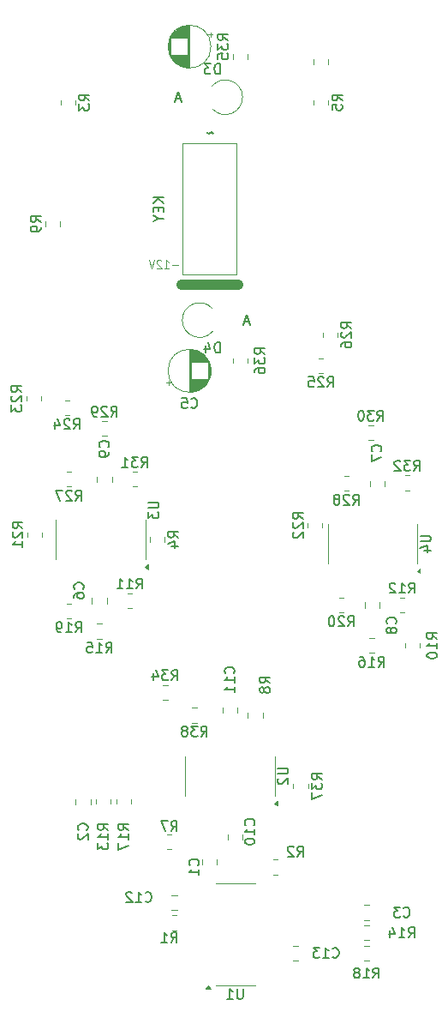
<source format=gbr>
%TF.GenerationSoftware,KiCad,Pcbnew,8.0.2-8.0.2-0~ubuntu22.04.1*%
%TF.CreationDate,2024-06-16T11:06:49+02:00*%
%TF.ProjectId,VCA_Panner,5643415f-5061-46e6-9e65-722e6b696361,rev?*%
%TF.SameCoordinates,Original*%
%TF.FileFunction,Legend,Bot*%
%TF.FilePolarity,Positive*%
%FSLAX46Y46*%
G04 Gerber Fmt 4.6, Leading zero omitted, Abs format (unit mm)*
G04 Created by KiCad (PCBNEW 8.0.2-8.0.2-0~ubuntu22.04.1) date 2024-06-16 11:06:49*
%MOMM*%
%LPD*%
G01*
G04 APERTURE LIST*
%ADD10C,0.150000*%
%ADD11C,0.203200*%
%ADD12C,0.200000*%
%ADD13C,0.100000*%
%ADD14C,0.120000*%
%ADD15C,1.000000*%
G04 APERTURE END LIST*
D10*
X130286904Y-157009819D02*
X130286904Y-157819342D01*
X130286904Y-157819342D02*
X130239285Y-157914580D01*
X130239285Y-157914580D02*
X130191666Y-157962200D01*
X130191666Y-157962200D02*
X130096428Y-158009819D01*
X130096428Y-158009819D02*
X129905952Y-158009819D01*
X129905952Y-158009819D02*
X129810714Y-157962200D01*
X129810714Y-157962200D02*
X129763095Y-157914580D01*
X129763095Y-157914580D02*
X129715476Y-157819342D01*
X129715476Y-157819342D02*
X129715476Y-157009819D01*
X128715476Y-158009819D02*
X129286904Y-158009819D01*
X129001190Y-158009819D02*
X129001190Y-157009819D01*
X129001190Y-157009819D02*
X129096428Y-157152676D01*
X129096428Y-157152676D02*
X129191666Y-157247914D01*
X129191666Y-157247914D02*
X129286904Y-157295533D01*
X132954819Y-126833333D02*
X132478628Y-126500000D01*
X132954819Y-126261905D02*
X131954819Y-126261905D01*
X131954819Y-126261905D02*
X131954819Y-126642857D01*
X131954819Y-126642857D02*
X132002438Y-126738095D01*
X132002438Y-126738095D02*
X132050057Y-126785714D01*
X132050057Y-126785714D02*
X132145295Y-126833333D01*
X132145295Y-126833333D02*
X132288152Y-126833333D01*
X132288152Y-126833333D02*
X132383390Y-126785714D01*
X132383390Y-126785714D02*
X132431009Y-126738095D01*
X132431009Y-126738095D02*
X132478628Y-126642857D01*
X132478628Y-126642857D02*
X132478628Y-126261905D01*
X132383390Y-127404762D02*
X132335771Y-127309524D01*
X132335771Y-127309524D02*
X132288152Y-127261905D01*
X132288152Y-127261905D02*
X132192914Y-127214286D01*
X132192914Y-127214286D02*
X132145295Y-127214286D01*
X132145295Y-127214286D02*
X132050057Y-127261905D01*
X132050057Y-127261905D02*
X132002438Y-127309524D01*
X132002438Y-127309524D02*
X131954819Y-127404762D01*
X131954819Y-127404762D02*
X131954819Y-127595238D01*
X131954819Y-127595238D02*
X132002438Y-127690476D01*
X132002438Y-127690476D02*
X132050057Y-127738095D01*
X132050057Y-127738095D02*
X132145295Y-127785714D01*
X132145295Y-127785714D02*
X132192914Y-127785714D01*
X132192914Y-127785714D02*
X132288152Y-127738095D01*
X132288152Y-127738095D02*
X132335771Y-127690476D01*
X132335771Y-127690476D02*
X132383390Y-127595238D01*
X132383390Y-127595238D02*
X132383390Y-127404762D01*
X132383390Y-127404762D02*
X132431009Y-127309524D01*
X132431009Y-127309524D02*
X132478628Y-127261905D01*
X132478628Y-127261905D02*
X132573866Y-127214286D01*
X132573866Y-127214286D02*
X132764342Y-127214286D01*
X132764342Y-127214286D02*
X132859580Y-127261905D01*
X132859580Y-127261905D02*
X132907200Y-127309524D01*
X132907200Y-127309524D02*
X132954819Y-127404762D01*
X132954819Y-127404762D02*
X132954819Y-127595238D01*
X132954819Y-127595238D02*
X132907200Y-127690476D01*
X132907200Y-127690476D02*
X132859580Y-127738095D01*
X132859580Y-127738095D02*
X132764342Y-127785714D01*
X132764342Y-127785714D02*
X132573866Y-127785714D01*
X132573866Y-127785714D02*
X132478628Y-127738095D01*
X132478628Y-127738095D02*
X132431009Y-127690476D01*
X132431009Y-127690476D02*
X132383390Y-127595238D01*
X143565357Y-100932319D02*
X143898690Y-100456128D01*
X144136785Y-100932319D02*
X144136785Y-99932319D01*
X144136785Y-99932319D02*
X143755833Y-99932319D01*
X143755833Y-99932319D02*
X143660595Y-99979938D01*
X143660595Y-99979938D02*
X143612976Y-100027557D01*
X143612976Y-100027557D02*
X143565357Y-100122795D01*
X143565357Y-100122795D02*
X143565357Y-100265652D01*
X143565357Y-100265652D02*
X143612976Y-100360890D01*
X143612976Y-100360890D02*
X143660595Y-100408509D01*
X143660595Y-100408509D02*
X143755833Y-100456128D01*
X143755833Y-100456128D02*
X144136785Y-100456128D01*
X143232023Y-99932319D02*
X142612976Y-99932319D01*
X142612976Y-99932319D02*
X142946309Y-100313271D01*
X142946309Y-100313271D02*
X142803452Y-100313271D01*
X142803452Y-100313271D02*
X142708214Y-100360890D01*
X142708214Y-100360890D02*
X142660595Y-100408509D01*
X142660595Y-100408509D02*
X142612976Y-100503747D01*
X142612976Y-100503747D02*
X142612976Y-100741842D01*
X142612976Y-100741842D02*
X142660595Y-100837080D01*
X142660595Y-100837080D02*
X142708214Y-100884700D01*
X142708214Y-100884700D02*
X142803452Y-100932319D01*
X142803452Y-100932319D02*
X143089166Y-100932319D01*
X143089166Y-100932319D02*
X143184404Y-100884700D01*
X143184404Y-100884700D02*
X143232023Y-100837080D01*
X141993928Y-99932319D02*
X141898690Y-99932319D01*
X141898690Y-99932319D02*
X141803452Y-99979938D01*
X141803452Y-99979938D02*
X141755833Y-100027557D01*
X141755833Y-100027557D02*
X141708214Y-100122795D01*
X141708214Y-100122795D02*
X141660595Y-100313271D01*
X141660595Y-100313271D02*
X141660595Y-100551366D01*
X141660595Y-100551366D02*
X141708214Y-100741842D01*
X141708214Y-100741842D02*
X141755833Y-100837080D01*
X141755833Y-100837080D02*
X141803452Y-100884700D01*
X141803452Y-100884700D02*
X141898690Y-100932319D01*
X141898690Y-100932319D02*
X141993928Y-100932319D01*
X141993928Y-100932319D02*
X142089166Y-100884700D01*
X142089166Y-100884700D02*
X142136785Y-100837080D01*
X142136785Y-100837080D02*
X142184404Y-100741842D01*
X142184404Y-100741842D02*
X142232023Y-100551366D01*
X142232023Y-100551366D02*
X142232023Y-100313271D01*
X142232023Y-100313271D02*
X142184404Y-100122795D01*
X142184404Y-100122795D02*
X142136785Y-100027557D01*
X142136785Y-100027557D02*
X142089166Y-99979938D01*
X142089166Y-99979938D02*
X141993928Y-99932319D01*
X120642857Y-148359580D02*
X120690476Y-148407200D01*
X120690476Y-148407200D02*
X120833333Y-148454819D01*
X120833333Y-148454819D02*
X120928571Y-148454819D01*
X120928571Y-148454819D02*
X121071428Y-148407200D01*
X121071428Y-148407200D02*
X121166666Y-148311961D01*
X121166666Y-148311961D02*
X121214285Y-148216723D01*
X121214285Y-148216723D02*
X121261904Y-148026247D01*
X121261904Y-148026247D02*
X121261904Y-147883390D01*
X121261904Y-147883390D02*
X121214285Y-147692914D01*
X121214285Y-147692914D02*
X121166666Y-147597676D01*
X121166666Y-147597676D02*
X121071428Y-147502438D01*
X121071428Y-147502438D02*
X120928571Y-147454819D01*
X120928571Y-147454819D02*
X120833333Y-147454819D01*
X120833333Y-147454819D02*
X120690476Y-147502438D01*
X120690476Y-147502438D02*
X120642857Y-147550057D01*
X119690476Y-148454819D02*
X120261904Y-148454819D01*
X119976190Y-148454819D02*
X119976190Y-147454819D01*
X119976190Y-147454819D02*
X120071428Y-147597676D01*
X120071428Y-147597676D02*
X120166666Y-147692914D01*
X120166666Y-147692914D02*
X120261904Y-147740533D01*
X119309523Y-147550057D02*
X119261904Y-147502438D01*
X119261904Y-147502438D02*
X119166666Y-147454819D01*
X119166666Y-147454819D02*
X118928571Y-147454819D01*
X118928571Y-147454819D02*
X118833333Y-147502438D01*
X118833333Y-147502438D02*
X118785714Y-147550057D01*
X118785714Y-147550057D02*
X118738095Y-147645295D01*
X118738095Y-147645295D02*
X118738095Y-147740533D01*
X118738095Y-147740533D02*
X118785714Y-147883390D01*
X118785714Y-147883390D02*
X119357142Y-148454819D01*
X119357142Y-148454819D02*
X118738095Y-148454819D01*
X149477319Y-122484642D02*
X149001128Y-122151309D01*
X149477319Y-121913214D02*
X148477319Y-121913214D01*
X148477319Y-121913214D02*
X148477319Y-122294166D01*
X148477319Y-122294166D02*
X148524938Y-122389404D01*
X148524938Y-122389404D02*
X148572557Y-122437023D01*
X148572557Y-122437023D02*
X148667795Y-122484642D01*
X148667795Y-122484642D02*
X148810652Y-122484642D01*
X148810652Y-122484642D02*
X148905890Y-122437023D01*
X148905890Y-122437023D02*
X148953509Y-122389404D01*
X148953509Y-122389404D02*
X149001128Y-122294166D01*
X149001128Y-122294166D02*
X149001128Y-121913214D01*
X149477319Y-123437023D02*
X149477319Y-122865595D01*
X149477319Y-123151309D02*
X148477319Y-123151309D01*
X148477319Y-123151309D02*
X148620176Y-123056071D01*
X148620176Y-123056071D02*
X148715414Y-122960833D01*
X148715414Y-122960833D02*
X148763033Y-122865595D01*
X148477319Y-124056071D02*
X148477319Y-124151309D01*
X148477319Y-124151309D02*
X148524938Y-124246547D01*
X148524938Y-124246547D02*
X148572557Y-124294166D01*
X148572557Y-124294166D02*
X148667795Y-124341785D01*
X148667795Y-124341785D02*
X148858271Y-124389404D01*
X148858271Y-124389404D02*
X149096366Y-124389404D01*
X149096366Y-124389404D02*
X149286842Y-124341785D01*
X149286842Y-124341785D02*
X149382080Y-124294166D01*
X149382080Y-124294166D02*
X149429700Y-124246547D01*
X149429700Y-124246547D02*
X149477319Y-124151309D01*
X149477319Y-124151309D02*
X149477319Y-124056071D01*
X149477319Y-124056071D02*
X149429700Y-123960833D01*
X149429700Y-123960833D02*
X149382080Y-123913214D01*
X149382080Y-123913214D02*
X149286842Y-123865595D01*
X149286842Y-123865595D02*
X149096366Y-123817976D01*
X149096366Y-123817976D02*
X148858271Y-123817976D01*
X148858271Y-123817976D02*
X148667795Y-123865595D01*
X148667795Y-123865595D02*
X148572557Y-123913214D01*
X148572557Y-123913214D02*
X148524938Y-123960833D01*
X148524938Y-123960833D02*
X148477319Y-124056071D01*
X126142857Y-132104819D02*
X126476190Y-131628628D01*
X126714285Y-132104819D02*
X126714285Y-131104819D01*
X126714285Y-131104819D02*
X126333333Y-131104819D01*
X126333333Y-131104819D02*
X126238095Y-131152438D01*
X126238095Y-131152438D02*
X126190476Y-131200057D01*
X126190476Y-131200057D02*
X126142857Y-131295295D01*
X126142857Y-131295295D02*
X126142857Y-131438152D01*
X126142857Y-131438152D02*
X126190476Y-131533390D01*
X126190476Y-131533390D02*
X126238095Y-131581009D01*
X126238095Y-131581009D02*
X126333333Y-131628628D01*
X126333333Y-131628628D02*
X126714285Y-131628628D01*
X125809523Y-131104819D02*
X125190476Y-131104819D01*
X125190476Y-131104819D02*
X125523809Y-131485771D01*
X125523809Y-131485771D02*
X125380952Y-131485771D01*
X125380952Y-131485771D02*
X125285714Y-131533390D01*
X125285714Y-131533390D02*
X125238095Y-131581009D01*
X125238095Y-131581009D02*
X125190476Y-131676247D01*
X125190476Y-131676247D02*
X125190476Y-131914342D01*
X125190476Y-131914342D02*
X125238095Y-132009580D01*
X125238095Y-132009580D02*
X125285714Y-132057200D01*
X125285714Y-132057200D02*
X125380952Y-132104819D01*
X125380952Y-132104819D02*
X125666666Y-132104819D01*
X125666666Y-132104819D02*
X125761904Y-132057200D01*
X125761904Y-132057200D02*
X125809523Y-132009580D01*
X124619047Y-131533390D02*
X124714285Y-131485771D01*
X124714285Y-131485771D02*
X124761904Y-131438152D01*
X124761904Y-131438152D02*
X124809523Y-131342914D01*
X124809523Y-131342914D02*
X124809523Y-131295295D01*
X124809523Y-131295295D02*
X124761904Y-131200057D01*
X124761904Y-131200057D02*
X124714285Y-131152438D01*
X124714285Y-131152438D02*
X124619047Y-131104819D01*
X124619047Y-131104819D02*
X124428571Y-131104819D01*
X124428571Y-131104819D02*
X124333333Y-131152438D01*
X124333333Y-131152438D02*
X124285714Y-131200057D01*
X124285714Y-131200057D02*
X124238095Y-131295295D01*
X124238095Y-131295295D02*
X124238095Y-131342914D01*
X124238095Y-131342914D02*
X124285714Y-131438152D01*
X124285714Y-131438152D02*
X124333333Y-131485771D01*
X124333333Y-131485771D02*
X124428571Y-131533390D01*
X124428571Y-131533390D02*
X124619047Y-131533390D01*
X124619047Y-131533390D02*
X124714285Y-131581009D01*
X124714285Y-131581009D02*
X124761904Y-131628628D01*
X124761904Y-131628628D02*
X124809523Y-131723866D01*
X124809523Y-131723866D02*
X124809523Y-131914342D01*
X124809523Y-131914342D02*
X124761904Y-132009580D01*
X124761904Y-132009580D02*
X124714285Y-132057200D01*
X124714285Y-132057200D02*
X124619047Y-132104819D01*
X124619047Y-132104819D02*
X124428571Y-132104819D01*
X124428571Y-132104819D02*
X124333333Y-132057200D01*
X124333333Y-132057200D02*
X124285714Y-132009580D01*
X124285714Y-132009580D02*
X124238095Y-131914342D01*
X124238095Y-131914342D02*
X124238095Y-131723866D01*
X124238095Y-131723866D02*
X124285714Y-131628628D01*
X124285714Y-131628628D02*
X124333333Y-131581009D01*
X124333333Y-131581009D02*
X124428571Y-131533390D01*
X125166666Y-99609580D02*
X125214285Y-99657200D01*
X125214285Y-99657200D02*
X125357142Y-99704819D01*
X125357142Y-99704819D02*
X125452380Y-99704819D01*
X125452380Y-99704819D02*
X125595237Y-99657200D01*
X125595237Y-99657200D02*
X125690475Y-99561961D01*
X125690475Y-99561961D02*
X125738094Y-99466723D01*
X125738094Y-99466723D02*
X125785713Y-99276247D01*
X125785713Y-99276247D02*
X125785713Y-99133390D01*
X125785713Y-99133390D02*
X125738094Y-98942914D01*
X125738094Y-98942914D02*
X125690475Y-98847676D01*
X125690475Y-98847676D02*
X125595237Y-98752438D01*
X125595237Y-98752438D02*
X125452380Y-98704819D01*
X125452380Y-98704819D02*
X125357142Y-98704819D01*
X125357142Y-98704819D02*
X125214285Y-98752438D01*
X125214285Y-98752438D02*
X125166666Y-98800057D01*
X124261904Y-98704819D02*
X124738094Y-98704819D01*
X124738094Y-98704819D02*
X124785713Y-99181009D01*
X124785713Y-99181009D02*
X124738094Y-99133390D01*
X124738094Y-99133390D02*
X124642856Y-99085771D01*
X124642856Y-99085771D02*
X124404761Y-99085771D01*
X124404761Y-99085771D02*
X124309523Y-99133390D01*
X124309523Y-99133390D02*
X124261904Y-99181009D01*
X124261904Y-99181009D02*
X124214285Y-99276247D01*
X124214285Y-99276247D02*
X124214285Y-99514342D01*
X124214285Y-99514342D02*
X124261904Y-99609580D01*
X124261904Y-99609580D02*
X124309523Y-99657200D01*
X124309523Y-99657200D02*
X124404761Y-99704819D01*
X124404761Y-99704819D02*
X124642856Y-99704819D01*
X124642856Y-99704819D02*
X124738094Y-99657200D01*
X124738094Y-99657200D02*
X124785713Y-99609580D01*
X116742857Y-123817319D02*
X117076190Y-123341128D01*
X117314285Y-123817319D02*
X117314285Y-122817319D01*
X117314285Y-122817319D02*
X116933333Y-122817319D01*
X116933333Y-122817319D02*
X116838095Y-122864938D01*
X116838095Y-122864938D02*
X116790476Y-122912557D01*
X116790476Y-122912557D02*
X116742857Y-123007795D01*
X116742857Y-123007795D02*
X116742857Y-123150652D01*
X116742857Y-123150652D02*
X116790476Y-123245890D01*
X116790476Y-123245890D02*
X116838095Y-123293509D01*
X116838095Y-123293509D02*
X116933333Y-123341128D01*
X116933333Y-123341128D02*
X117314285Y-123341128D01*
X115790476Y-123817319D02*
X116361904Y-123817319D01*
X116076190Y-123817319D02*
X116076190Y-122817319D01*
X116076190Y-122817319D02*
X116171428Y-122960176D01*
X116171428Y-122960176D02*
X116266666Y-123055414D01*
X116266666Y-123055414D02*
X116361904Y-123103033D01*
X114885714Y-122817319D02*
X115361904Y-122817319D01*
X115361904Y-122817319D02*
X115409523Y-123293509D01*
X115409523Y-123293509D02*
X115361904Y-123245890D01*
X115361904Y-123245890D02*
X115266666Y-123198271D01*
X115266666Y-123198271D02*
X115028571Y-123198271D01*
X115028571Y-123198271D02*
X114933333Y-123245890D01*
X114933333Y-123245890D02*
X114885714Y-123293509D01*
X114885714Y-123293509D02*
X114838095Y-123388747D01*
X114838095Y-123388747D02*
X114838095Y-123626842D01*
X114838095Y-123626842D02*
X114885714Y-123722080D01*
X114885714Y-123722080D02*
X114933333Y-123769700D01*
X114933333Y-123769700D02*
X115028571Y-123817319D01*
X115028571Y-123817319D02*
X115266666Y-123817319D01*
X115266666Y-123817319D02*
X115361904Y-123769700D01*
X115361904Y-123769700D02*
X115409523Y-123722080D01*
X139142857Y-153859580D02*
X139190476Y-153907200D01*
X139190476Y-153907200D02*
X139333333Y-153954819D01*
X139333333Y-153954819D02*
X139428571Y-153954819D01*
X139428571Y-153954819D02*
X139571428Y-153907200D01*
X139571428Y-153907200D02*
X139666666Y-153811961D01*
X139666666Y-153811961D02*
X139714285Y-153716723D01*
X139714285Y-153716723D02*
X139761904Y-153526247D01*
X139761904Y-153526247D02*
X139761904Y-153383390D01*
X139761904Y-153383390D02*
X139714285Y-153192914D01*
X139714285Y-153192914D02*
X139666666Y-153097676D01*
X139666666Y-153097676D02*
X139571428Y-153002438D01*
X139571428Y-153002438D02*
X139428571Y-152954819D01*
X139428571Y-152954819D02*
X139333333Y-152954819D01*
X139333333Y-152954819D02*
X139190476Y-153002438D01*
X139190476Y-153002438D02*
X139142857Y-153050057D01*
X138190476Y-153954819D02*
X138761904Y-153954819D01*
X138476190Y-153954819D02*
X138476190Y-152954819D01*
X138476190Y-152954819D02*
X138571428Y-153097676D01*
X138571428Y-153097676D02*
X138666666Y-153192914D01*
X138666666Y-153192914D02*
X138761904Y-153240533D01*
X137857142Y-152954819D02*
X137238095Y-152954819D01*
X137238095Y-152954819D02*
X137571428Y-153335771D01*
X137571428Y-153335771D02*
X137428571Y-153335771D01*
X137428571Y-153335771D02*
X137333333Y-153383390D01*
X137333333Y-153383390D02*
X137285714Y-153431009D01*
X137285714Y-153431009D02*
X137238095Y-153526247D01*
X137238095Y-153526247D02*
X137238095Y-153764342D01*
X137238095Y-153764342D02*
X137285714Y-153859580D01*
X137285714Y-153859580D02*
X137333333Y-153907200D01*
X137333333Y-153907200D02*
X137428571Y-153954819D01*
X137428571Y-153954819D02*
X137714285Y-153954819D01*
X137714285Y-153954819D02*
X137809523Y-153907200D01*
X137809523Y-153907200D02*
X137857142Y-153859580D01*
X138104819Y-136357142D02*
X137628628Y-136023809D01*
X138104819Y-135785714D02*
X137104819Y-135785714D01*
X137104819Y-135785714D02*
X137104819Y-136166666D01*
X137104819Y-136166666D02*
X137152438Y-136261904D01*
X137152438Y-136261904D02*
X137200057Y-136309523D01*
X137200057Y-136309523D02*
X137295295Y-136357142D01*
X137295295Y-136357142D02*
X137438152Y-136357142D01*
X137438152Y-136357142D02*
X137533390Y-136309523D01*
X137533390Y-136309523D02*
X137581009Y-136261904D01*
X137581009Y-136261904D02*
X137628628Y-136166666D01*
X137628628Y-136166666D02*
X137628628Y-135785714D01*
X137104819Y-136690476D02*
X137104819Y-137309523D01*
X137104819Y-137309523D02*
X137485771Y-136976190D01*
X137485771Y-136976190D02*
X137485771Y-137119047D01*
X137485771Y-137119047D02*
X137533390Y-137214285D01*
X137533390Y-137214285D02*
X137581009Y-137261904D01*
X137581009Y-137261904D02*
X137676247Y-137309523D01*
X137676247Y-137309523D02*
X137914342Y-137309523D01*
X137914342Y-137309523D02*
X138009580Y-137261904D01*
X138009580Y-137261904D02*
X138057200Y-137214285D01*
X138057200Y-137214285D02*
X138104819Y-137119047D01*
X138104819Y-137119047D02*
X138104819Y-136833333D01*
X138104819Y-136833333D02*
X138057200Y-136738095D01*
X138057200Y-136738095D02*
X138009580Y-136690476D01*
X137104819Y-137642857D02*
X137104819Y-138309523D01*
X137104819Y-138309523D02*
X138104819Y-137880952D01*
X119742857Y-117517319D02*
X120076190Y-117041128D01*
X120314285Y-117517319D02*
X120314285Y-116517319D01*
X120314285Y-116517319D02*
X119933333Y-116517319D01*
X119933333Y-116517319D02*
X119838095Y-116564938D01*
X119838095Y-116564938D02*
X119790476Y-116612557D01*
X119790476Y-116612557D02*
X119742857Y-116707795D01*
X119742857Y-116707795D02*
X119742857Y-116850652D01*
X119742857Y-116850652D02*
X119790476Y-116945890D01*
X119790476Y-116945890D02*
X119838095Y-116993509D01*
X119838095Y-116993509D02*
X119933333Y-117041128D01*
X119933333Y-117041128D02*
X120314285Y-117041128D01*
X118790476Y-117517319D02*
X119361904Y-117517319D01*
X119076190Y-117517319D02*
X119076190Y-116517319D01*
X119076190Y-116517319D02*
X119171428Y-116660176D01*
X119171428Y-116660176D02*
X119266666Y-116755414D01*
X119266666Y-116755414D02*
X119361904Y-116803033D01*
X117838095Y-117517319D02*
X118409523Y-117517319D01*
X118123809Y-117517319D02*
X118123809Y-116517319D01*
X118123809Y-116517319D02*
X118219047Y-116660176D01*
X118219047Y-116660176D02*
X118314285Y-116755414D01*
X118314285Y-116755414D02*
X118409523Y-116803033D01*
X135666666Y-143954819D02*
X135999999Y-143478628D01*
X136238094Y-143954819D02*
X136238094Y-142954819D01*
X136238094Y-142954819D02*
X135857142Y-142954819D01*
X135857142Y-142954819D02*
X135761904Y-143002438D01*
X135761904Y-143002438D02*
X135714285Y-143050057D01*
X135714285Y-143050057D02*
X135666666Y-143145295D01*
X135666666Y-143145295D02*
X135666666Y-143288152D01*
X135666666Y-143288152D02*
X135714285Y-143383390D01*
X135714285Y-143383390D02*
X135761904Y-143431009D01*
X135761904Y-143431009D02*
X135857142Y-143478628D01*
X135857142Y-143478628D02*
X136238094Y-143478628D01*
X135285713Y-143050057D02*
X135238094Y-143002438D01*
X135238094Y-143002438D02*
X135142856Y-142954819D01*
X135142856Y-142954819D02*
X134904761Y-142954819D01*
X134904761Y-142954819D02*
X134809523Y-143002438D01*
X134809523Y-143002438D02*
X134761904Y-143050057D01*
X134761904Y-143050057D02*
X134714285Y-143145295D01*
X134714285Y-143145295D02*
X134714285Y-143240533D01*
X134714285Y-143240533D02*
X134761904Y-143383390D01*
X134761904Y-143383390D02*
X135333332Y-143954819D01*
X135333332Y-143954819D02*
X134714285Y-143954819D01*
X125859580Y-144833333D02*
X125907200Y-144785714D01*
X125907200Y-144785714D02*
X125954819Y-144642857D01*
X125954819Y-144642857D02*
X125954819Y-144547619D01*
X125954819Y-144547619D02*
X125907200Y-144404762D01*
X125907200Y-144404762D02*
X125811961Y-144309524D01*
X125811961Y-144309524D02*
X125716723Y-144261905D01*
X125716723Y-144261905D02*
X125526247Y-144214286D01*
X125526247Y-144214286D02*
X125383390Y-144214286D01*
X125383390Y-144214286D02*
X125192914Y-144261905D01*
X125192914Y-144261905D02*
X125097676Y-144309524D01*
X125097676Y-144309524D02*
X125002438Y-144404762D01*
X125002438Y-144404762D02*
X124954819Y-144547619D01*
X124954819Y-144547619D02*
X124954819Y-144642857D01*
X124954819Y-144642857D02*
X125002438Y-144785714D01*
X125002438Y-144785714D02*
X125050057Y-144833333D01*
X125954819Y-145785714D02*
X125954819Y-145214286D01*
X125954819Y-145500000D02*
X124954819Y-145500000D01*
X124954819Y-145500000D02*
X125097676Y-145404762D01*
X125097676Y-145404762D02*
X125192914Y-145309524D01*
X125192914Y-145309524D02*
X125240533Y-145214286D01*
X114859580Y-141333333D02*
X114907200Y-141285714D01*
X114907200Y-141285714D02*
X114954819Y-141142857D01*
X114954819Y-141142857D02*
X114954819Y-141047619D01*
X114954819Y-141047619D02*
X114907200Y-140904762D01*
X114907200Y-140904762D02*
X114811961Y-140809524D01*
X114811961Y-140809524D02*
X114716723Y-140761905D01*
X114716723Y-140761905D02*
X114526247Y-140714286D01*
X114526247Y-140714286D02*
X114383390Y-140714286D01*
X114383390Y-140714286D02*
X114192914Y-140761905D01*
X114192914Y-140761905D02*
X114097676Y-140809524D01*
X114097676Y-140809524D02*
X114002438Y-140904762D01*
X114002438Y-140904762D02*
X113954819Y-141047619D01*
X113954819Y-141047619D02*
X113954819Y-141142857D01*
X113954819Y-141142857D02*
X114002438Y-141285714D01*
X114002438Y-141285714D02*
X114050057Y-141333333D01*
X114050057Y-141714286D02*
X114002438Y-141761905D01*
X114002438Y-141761905D02*
X113954819Y-141857143D01*
X113954819Y-141857143D02*
X113954819Y-142095238D01*
X113954819Y-142095238D02*
X114002438Y-142190476D01*
X114002438Y-142190476D02*
X114050057Y-142238095D01*
X114050057Y-142238095D02*
X114145295Y-142285714D01*
X114145295Y-142285714D02*
X114240533Y-142285714D01*
X114240533Y-142285714D02*
X114383390Y-142238095D01*
X114383390Y-142238095D02*
X114954819Y-141666667D01*
X114954819Y-141666667D02*
X114954819Y-142285714D01*
X147165357Y-105882319D02*
X147498690Y-105406128D01*
X147736785Y-105882319D02*
X147736785Y-104882319D01*
X147736785Y-104882319D02*
X147355833Y-104882319D01*
X147355833Y-104882319D02*
X147260595Y-104929938D01*
X147260595Y-104929938D02*
X147212976Y-104977557D01*
X147212976Y-104977557D02*
X147165357Y-105072795D01*
X147165357Y-105072795D02*
X147165357Y-105215652D01*
X147165357Y-105215652D02*
X147212976Y-105310890D01*
X147212976Y-105310890D02*
X147260595Y-105358509D01*
X147260595Y-105358509D02*
X147355833Y-105406128D01*
X147355833Y-105406128D02*
X147736785Y-105406128D01*
X146832023Y-104882319D02*
X146212976Y-104882319D01*
X146212976Y-104882319D02*
X146546309Y-105263271D01*
X146546309Y-105263271D02*
X146403452Y-105263271D01*
X146403452Y-105263271D02*
X146308214Y-105310890D01*
X146308214Y-105310890D02*
X146260595Y-105358509D01*
X146260595Y-105358509D02*
X146212976Y-105453747D01*
X146212976Y-105453747D02*
X146212976Y-105691842D01*
X146212976Y-105691842D02*
X146260595Y-105787080D01*
X146260595Y-105787080D02*
X146308214Y-105834700D01*
X146308214Y-105834700D02*
X146403452Y-105882319D01*
X146403452Y-105882319D02*
X146689166Y-105882319D01*
X146689166Y-105882319D02*
X146784404Y-105834700D01*
X146784404Y-105834700D02*
X146832023Y-105787080D01*
X145832023Y-104977557D02*
X145784404Y-104929938D01*
X145784404Y-104929938D02*
X145689166Y-104882319D01*
X145689166Y-104882319D02*
X145451071Y-104882319D01*
X145451071Y-104882319D02*
X145355833Y-104929938D01*
X145355833Y-104929938D02*
X145308214Y-104977557D01*
X145308214Y-104977557D02*
X145260595Y-105072795D01*
X145260595Y-105072795D02*
X145260595Y-105168033D01*
X145260595Y-105168033D02*
X145308214Y-105310890D01*
X145308214Y-105310890D02*
X145879642Y-105882319D01*
X145879642Y-105882319D02*
X145260595Y-105882319D01*
D11*
X127332618Y-72593149D02*
X127272142Y-72532673D01*
X127272142Y-72532673D02*
X127151190Y-72472197D01*
X127151190Y-72472197D02*
X126909285Y-72593149D01*
X126909285Y-72593149D02*
X126788332Y-72532673D01*
X126788332Y-72532673D02*
X126727856Y-72472197D01*
D12*
X122452219Y-78857143D02*
X121452219Y-78857143D01*
X122452219Y-79428571D02*
X121880790Y-79000000D01*
X121452219Y-79428571D02*
X122023647Y-78857143D01*
X121928409Y-79857143D02*
X121928409Y-80190476D01*
X122452219Y-80333333D02*
X122452219Y-79857143D01*
X122452219Y-79857143D02*
X121452219Y-79857143D01*
X121452219Y-79857143D02*
X121452219Y-80333333D01*
X121976028Y-80952381D02*
X122452219Y-80952381D01*
X121452219Y-80619048D02*
X121976028Y-80952381D01*
X121976028Y-80952381D02*
X121452219Y-81285714D01*
D13*
X123909523Y-85560133D02*
X123300000Y-85560133D01*
X122500000Y-85864895D02*
X122957143Y-85864895D01*
X122728571Y-85864895D02*
X122728571Y-85064895D01*
X122728571Y-85064895D02*
X122804762Y-85179180D01*
X122804762Y-85179180D02*
X122880952Y-85255371D01*
X122880952Y-85255371D02*
X122957143Y-85293466D01*
X122195238Y-85141085D02*
X122157142Y-85102990D01*
X122157142Y-85102990D02*
X122080952Y-85064895D01*
X122080952Y-85064895D02*
X121890476Y-85064895D01*
X121890476Y-85064895D02*
X121814285Y-85102990D01*
X121814285Y-85102990D02*
X121776190Y-85141085D01*
X121776190Y-85141085D02*
X121738095Y-85217276D01*
X121738095Y-85217276D02*
X121738095Y-85293466D01*
X121738095Y-85293466D02*
X121776190Y-85407752D01*
X121776190Y-85407752D02*
X122233333Y-85864895D01*
X122233333Y-85864895D02*
X121738095Y-85864895D01*
X121509523Y-85064895D02*
X121242856Y-85864895D01*
X121242856Y-85864895D02*
X120976190Y-85064895D01*
D10*
X140665357Y-121232319D02*
X140998690Y-120756128D01*
X141236785Y-121232319D02*
X141236785Y-120232319D01*
X141236785Y-120232319D02*
X140855833Y-120232319D01*
X140855833Y-120232319D02*
X140760595Y-120279938D01*
X140760595Y-120279938D02*
X140712976Y-120327557D01*
X140712976Y-120327557D02*
X140665357Y-120422795D01*
X140665357Y-120422795D02*
X140665357Y-120565652D01*
X140665357Y-120565652D02*
X140712976Y-120660890D01*
X140712976Y-120660890D02*
X140760595Y-120708509D01*
X140760595Y-120708509D02*
X140855833Y-120756128D01*
X140855833Y-120756128D02*
X141236785Y-120756128D01*
X140284404Y-120327557D02*
X140236785Y-120279938D01*
X140236785Y-120279938D02*
X140141547Y-120232319D01*
X140141547Y-120232319D02*
X139903452Y-120232319D01*
X139903452Y-120232319D02*
X139808214Y-120279938D01*
X139808214Y-120279938D02*
X139760595Y-120327557D01*
X139760595Y-120327557D02*
X139712976Y-120422795D01*
X139712976Y-120422795D02*
X139712976Y-120518033D01*
X139712976Y-120518033D02*
X139760595Y-120660890D01*
X139760595Y-120660890D02*
X140332023Y-121232319D01*
X140332023Y-121232319D02*
X139712976Y-121232319D01*
X139093928Y-120232319D02*
X138998690Y-120232319D01*
X138998690Y-120232319D02*
X138903452Y-120279938D01*
X138903452Y-120279938D02*
X138855833Y-120327557D01*
X138855833Y-120327557D02*
X138808214Y-120422795D01*
X138808214Y-120422795D02*
X138760595Y-120613271D01*
X138760595Y-120613271D02*
X138760595Y-120851366D01*
X138760595Y-120851366D02*
X138808214Y-121041842D01*
X138808214Y-121041842D02*
X138855833Y-121137080D01*
X138855833Y-121137080D02*
X138903452Y-121184700D01*
X138903452Y-121184700D02*
X138998690Y-121232319D01*
X138998690Y-121232319D02*
X139093928Y-121232319D01*
X139093928Y-121232319D02*
X139189166Y-121184700D01*
X139189166Y-121184700D02*
X139236785Y-121137080D01*
X139236785Y-121137080D02*
X139284404Y-121041842D01*
X139284404Y-121041842D02*
X139332023Y-120851366D01*
X139332023Y-120851366D02*
X139332023Y-120613271D01*
X139332023Y-120613271D02*
X139284404Y-120422795D01*
X139284404Y-120422795D02*
X139236785Y-120327557D01*
X139236785Y-120327557D02*
X139189166Y-120279938D01*
X139189166Y-120279938D02*
X139093928Y-120232319D01*
X143665357Y-125232319D02*
X143998690Y-124756128D01*
X144236785Y-125232319D02*
X144236785Y-124232319D01*
X144236785Y-124232319D02*
X143855833Y-124232319D01*
X143855833Y-124232319D02*
X143760595Y-124279938D01*
X143760595Y-124279938D02*
X143712976Y-124327557D01*
X143712976Y-124327557D02*
X143665357Y-124422795D01*
X143665357Y-124422795D02*
X143665357Y-124565652D01*
X143665357Y-124565652D02*
X143712976Y-124660890D01*
X143712976Y-124660890D02*
X143760595Y-124708509D01*
X143760595Y-124708509D02*
X143855833Y-124756128D01*
X143855833Y-124756128D02*
X144236785Y-124756128D01*
X142712976Y-125232319D02*
X143284404Y-125232319D01*
X142998690Y-125232319D02*
X142998690Y-124232319D01*
X142998690Y-124232319D02*
X143093928Y-124375176D01*
X143093928Y-124375176D02*
X143189166Y-124470414D01*
X143189166Y-124470414D02*
X143284404Y-124518033D01*
X141855833Y-124232319D02*
X142046309Y-124232319D01*
X142046309Y-124232319D02*
X142141547Y-124279938D01*
X142141547Y-124279938D02*
X142189166Y-124327557D01*
X142189166Y-124327557D02*
X142284404Y-124470414D01*
X142284404Y-124470414D02*
X142332023Y-124660890D01*
X142332023Y-124660890D02*
X142332023Y-125041842D01*
X142332023Y-125041842D02*
X142284404Y-125137080D01*
X142284404Y-125137080D02*
X142236785Y-125184700D01*
X142236785Y-125184700D02*
X142141547Y-125232319D01*
X142141547Y-125232319D02*
X141951071Y-125232319D01*
X141951071Y-125232319D02*
X141855833Y-125184700D01*
X141855833Y-125184700D02*
X141808214Y-125137080D01*
X141808214Y-125137080D02*
X141760595Y-125041842D01*
X141760595Y-125041842D02*
X141760595Y-124803747D01*
X141760595Y-124803747D02*
X141808214Y-124708509D01*
X141808214Y-124708509D02*
X141855833Y-124660890D01*
X141855833Y-124660890D02*
X141951071Y-124613271D01*
X141951071Y-124613271D02*
X142141547Y-124613271D01*
X142141547Y-124613271D02*
X142236785Y-124660890D01*
X142236785Y-124660890D02*
X142284404Y-124708509D01*
X142284404Y-124708509D02*
X142332023Y-124803747D01*
X123904819Y-112483333D02*
X123428628Y-112150000D01*
X123904819Y-111911905D02*
X122904819Y-111911905D01*
X122904819Y-111911905D02*
X122904819Y-112292857D01*
X122904819Y-112292857D02*
X122952438Y-112388095D01*
X122952438Y-112388095D02*
X123000057Y-112435714D01*
X123000057Y-112435714D02*
X123095295Y-112483333D01*
X123095295Y-112483333D02*
X123238152Y-112483333D01*
X123238152Y-112483333D02*
X123333390Y-112435714D01*
X123333390Y-112435714D02*
X123381009Y-112388095D01*
X123381009Y-112388095D02*
X123428628Y-112292857D01*
X123428628Y-112292857D02*
X123428628Y-111911905D01*
X123238152Y-113340476D02*
X123904819Y-113340476D01*
X122857200Y-113102381D02*
X123571485Y-112864286D01*
X123571485Y-112864286D02*
X123571485Y-113483333D01*
X141165357Y-109232319D02*
X141498690Y-108756128D01*
X141736785Y-109232319D02*
X141736785Y-108232319D01*
X141736785Y-108232319D02*
X141355833Y-108232319D01*
X141355833Y-108232319D02*
X141260595Y-108279938D01*
X141260595Y-108279938D02*
X141212976Y-108327557D01*
X141212976Y-108327557D02*
X141165357Y-108422795D01*
X141165357Y-108422795D02*
X141165357Y-108565652D01*
X141165357Y-108565652D02*
X141212976Y-108660890D01*
X141212976Y-108660890D02*
X141260595Y-108708509D01*
X141260595Y-108708509D02*
X141355833Y-108756128D01*
X141355833Y-108756128D02*
X141736785Y-108756128D01*
X140784404Y-108327557D02*
X140736785Y-108279938D01*
X140736785Y-108279938D02*
X140641547Y-108232319D01*
X140641547Y-108232319D02*
X140403452Y-108232319D01*
X140403452Y-108232319D02*
X140308214Y-108279938D01*
X140308214Y-108279938D02*
X140260595Y-108327557D01*
X140260595Y-108327557D02*
X140212976Y-108422795D01*
X140212976Y-108422795D02*
X140212976Y-108518033D01*
X140212976Y-108518033D02*
X140260595Y-108660890D01*
X140260595Y-108660890D02*
X140832023Y-109232319D01*
X140832023Y-109232319D02*
X140212976Y-109232319D01*
X139641547Y-108660890D02*
X139736785Y-108613271D01*
X139736785Y-108613271D02*
X139784404Y-108565652D01*
X139784404Y-108565652D02*
X139832023Y-108470414D01*
X139832023Y-108470414D02*
X139832023Y-108422795D01*
X139832023Y-108422795D02*
X139784404Y-108327557D01*
X139784404Y-108327557D02*
X139736785Y-108279938D01*
X139736785Y-108279938D02*
X139641547Y-108232319D01*
X139641547Y-108232319D02*
X139451071Y-108232319D01*
X139451071Y-108232319D02*
X139355833Y-108279938D01*
X139355833Y-108279938D02*
X139308214Y-108327557D01*
X139308214Y-108327557D02*
X139260595Y-108422795D01*
X139260595Y-108422795D02*
X139260595Y-108470414D01*
X139260595Y-108470414D02*
X139308214Y-108565652D01*
X139308214Y-108565652D02*
X139355833Y-108613271D01*
X139355833Y-108613271D02*
X139451071Y-108660890D01*
X139451071Y-108660890D02*
X139641547Y-108660890D01*
X139641547Y-108660890D02*
X139736785Y-108708509D01*
X139736785Y-108708509D02*
X139784404Y-108756128D01*
X139784404Y-108756128D02*
X139832023Y-108851366D01*
X139832023Y-108851366D02*
X139832023Y-109041842D01*
X139832023Y-109041842D02*
X139784404Y-109137080D01*
X139784404Y-109137080D02*
X139736785Y-109184700D01*
X139736785Y-109184700D02*
X139641547Y-109232319D01*
X139641547Y-109232319D02*
X139451071Y-109232319D01*
X139451071Y-109232319D02*
X139355833Y-109184700D01*
X139355833Y-109184700D02*
X139308214Y-109137080D01*
X139308214Y-109137080D02*
X139260595Y-109041842D01*
X139260595Y-109041842D02*
X139260595Y-108851366D01*
X139260595Y-108851366D02*
X139308214Y-108756128D01*
X139308214Y-108756128D02*
X139355833Y-108708509D01*
X139355833Y-108708509D02*
X139451071Y-108660890D01*
X113742857Y-108817319D02*
X114076190Y-108341128D01*
X114314285Y-108817319D02*
X114314285Y-107817319D01*
X114314285Y-107817319D02*
X113933333Y-107817319D01*
X113933333Y-107817319D02*
X113838095Y-107864938D01*
X113838095Y-107864938D02*
X113790476Y-107912557D01*
X113790476Y-107912557D02*
X113742857Y-108007795D01*
X113742857Y-108007795D02*
X113742857Y-108150652D01*
X113742857Y-108150652D02*
X113790476Y-108245890D01*
X113790476Y-108245890D02*
X113838095Y-108293509D01*
X113838095Y-108293509D02*
X113933333Y-108341128D01*
X113933333Y-108341128D02*
X114314285Y-108341128D01*
X113361904Y-107912557D02*
X113314285Y-107864938D01*
X113314285Y-107864938D02*
X113219047Y-107817319D01*
X113219047Y-107817319D02*
X112980952Y-107817319D01*
X112980952Y-107817319D02*
X112885714Y-107864938D01*
X112885714Y-107864938D02*
X112838095Y-107912557D01*
X112838095Y-107912557D02*
X112790476Y-108007795D01*
X112790476Y-108007795D02*
X112790476Y-108103033D01*
X112790476Y-108103033D02*
X112838095Y-108245890D01*
X112838095Y-108245890D02*
X113409523Y-108817319D01*
X113409523Y-108817319D02*
X112790476Y-108817319D01*
X112457142Y-107817319D02*
X111790476Y-107817319D01*
X111790476Y-107817319D02*
X112219047Y-108817319D01*
X108507319Y-111532142D02*
X108031128Y-111198809D01*
X108507319Y-110960714D02*
X107507319Y-110960714D01*
X107507319Y-110960714D02*
X107507319Y-111341666D01*
X107507319Y-111341666D02*
X107554938Y-111436904D01*
X107554938Y-111436904D02*
X107602557Y-111484523D01*
X107602557Y-111484523D02*
X107697795Y-111532142D01*
X107697795Y-111532142D02*
X107840652Y-111532142D01*
X107840652Y-111532142D02*
X107935890Y-111484523D01*
X107935890Y-111484523D02*
X107983509Y-111436904D01*
X107983509Y-111436904D02*
X108031128Y-111341666D01*
X108031128Y-111341666D02*
X108031128Y-110960714D01*
X107602557Y-111913095D02*
X107554938Y-111960714D01*
X107554938Y-111960714D02*
X107507319Y-112055952D01*
X107507319Y-112055952D02*
X107507319Y-112294047D01*
X107507319Y-112294047D02*
X107554938Y-112389285D01*
X107554938Y-112389285D02*
X107602557Y-112436904D01*
X107602557Y-112436904D02*
X107697795Y-112484523D01*
X107697795Y-112484523D02*
X107793033Y-112484523D01*
X107793033Y-112484523D02*
X107935890Y-112436904D01*
X107935890Y-112436904D02*
X108507319Y-111865476D01*
X108507319Y-111865476D02*
X108507319Y-112484523D01*
X108507319Y-113436904D02*
X108507319Y-112865476D01*
X108507319Y-113151190D02*
X107507319Y-113151190D01*
X107507319Y-113151190D02*
X107650176Y-113055952D01*
X107650176Y-113055952D02*
X107745414Y-112960714D01*
X107745414Y-112960714D02*
X107793033Y-112865476D01*
X131359580Y-140857142D02*
X131407200Y-140809523D01*
X131407200Y-140809523D02*
X131454819Y-140666666D01*
X131454819Y-140666666D02*
X131454819Y-140571428D01*
X131454819Y-140571428D02*
X131407200Y-140428571D01*
X131407200Y-140428571D02*
X131311961Y-140333333D01*
X131311961Y-140333333D02*
X131216723Y-140285714D01*
X131216723Y-140285714D02*
X131026247Y-140238095D01*
X131026247Y-140238095D02*
X130883390Y-140238095D01*
X130883390Y-140238095D02*
X130692914Y-140285714D01*
X130692914Y-140285714D02*
X130597676Y-140333333D01*
X130597676Y-140333333D02*
X130502438Y-140428571D01*
X130502438Y-140428571D02*
X130454819Y-140571428D01*
X130454819Y-140571428D02*
X130454819Y-140666666D01*
X130454819Y-140666666D02*
X130502438Y-140809523D01*
X130502438Y-140809523D02*
X130550057Y-140857142D01*
X131454819Y-141809523D02*
X131454819Y-141238095D01*
X131454819Y-141523809D02*
X130454819Y-141523809D01*
X130454819Y-141523809D02*
X130597676Y-141428571D01*
X130597676Y-141428571D02*
X130692914Y-141333333D01*
X130692914Y-141333333D02*
X130740533Y-141238095D01*
X130454819Y-142428571D02*
X130454819Y-142523809D01*
X130454819Y-142523809D02*
X130502438Y-142619047D01*
X130502438Y-142619047D02*
X130550057Y-142666666D01*
X130550057Y-142666666D02*
X130645295Y-142714285D01*
X130645295Y-142714285D02*
X130835771Y-142761904D01*
X130835771Y-142761904D02*
X131073866Y-142761904D01*
X131073866Y-142761904D02*
X131264342Y-142714285D01*
X131264342Y-142714285D02*
X131359580Y-142666666D01*
X131359580Y-142666666D02*
X131407200Y-142619047D01*
X131407200Y-142619047D02*
X131454819Y-142523809D01*
X131454819Y-142523809D02*
X131454819Y-142428571D01*
X131454819Y-142428571D02*
X131407200Y-142333333D01*
X131407200Y-142333333D02*
X131359580Y-142285714D01*
X131359580Y-142285714D02*
X131264342Y-142238095D01*
X131264342Y-142238095D02*
X131073866Y-142190476D01*
X131073866Y-142190476D02*
X130835771Y-142190476D01*
X130835771Y-142190476D02*
X130645295Y-142238095D01*
X130645295Y-142238095D02*
X130550057Y-142285714D01*
X130550057Y-142285714D02*
X130502438Y-142333333D01*
X130502438Y-142333333D02*
X130454819Y-142428571D01*
X140104819Y-69333333D02*
X139628628Y-69000000D01*
X140104819Y-68761905D02*
X139104819Y-68761905D01*
X139104819Y-68761905D02*
X139104819Y-69142857D01*
X139104819Y-69142857D02*
X139152438Y-69238095D01*
X139152438Y-69238095D02*
X139200057Y-69285714D01*
X139200057Y-69285714D02*
X139295295Y-69333333D01*
X139295295Y-69333333D02*
X139438152Y-69333333D01*
X139438152Y-69333333D02*
X139533390Y-69285714D01*
X139533390Y-69285714D02*
X139581009Y-69238095D01*
X139581009Y-69238095D02*
X139628628Y-69142857D01*
X139628628Y-69142857D02*
X139628628Y-68761905D01*
X139104819Y-70238095D02*
X139104819Y-69761905D01*
X139104819Y-69761905D02*
X139581009Y-69714286D01*
X139581009Y-69714286D02*
X139533390Y-69761905D01*
X139533390Y-69761905D02*
X139485771Y-69857143D01*
X139485771Y-69857143D02*
X139485771Y-70095238D01*
X139485771Y-70095238D02*
X139533390Y-70190476D01*
X139533390Y-70190476D02*
X139581009Y-70238095D01*
X139581009Y-70238095D02*
X139676247Y-70285714D01*
X139676247Y-70285714D02*
X139914342Y-70285714D01*
X139914342Y-70285714D02*
X140009580Y-70238095D01*
X140009580Y-70238095D02*
X140057200Y-70190476D01*
X140057200Y-70190476D02*
X140104819Y-70095238D01*
X140104819Y-70095238D02*
X140104819Y-69857143D01*
X140104819Y-69857143D02*
X140057200Y-69761905D01*
X140057200Y-69761905D02*
X140009580Y-69714286D01*
X116954819Y-141357142D02*
X116478628Y-141023809D01*
X116954819Y-140785714D02*
X115954819Y-140785714D01*
X115954819Y-140785714D02*
X115954819Y-141166666D01*
X115954819Y-141166666D02*
X116002438Y-141261904D01*
X116002438Y-141261904D02*
X116050057Y-141309523D01*
X116050057Y-141309523D02*
X116145295Y-141357142D01*
X116145295Y-141357142D02*
X116288152Y-141357142D01*
X116288152Y-141357142D02*
X116383390Y-141309523D01*
X116383390Y-141309523D02*
X116431009Y-141261904D01*
X116431009Y-141261904D02*
X116478628Y-141166666D01*
X116478628Y-141166666D02*
X116478628Y-140785714D01*
X116954819Y-142309523D02*
X116954819Y-141738095D01*
X116954819Y-142023809D02*
X115954819Y-142023809D01*
X115954819Y-142023809D02*
X116097676Y-141928571D01*
X116097676Y-141928571D02*
X116192914Y-141833333D01*
X116192914Y-141833333D02*
X116240533Y-141738095D01*
X115954819Y-142642857D02*
X115954819Y-143261904D01*
X115954819Y-143261904D02*
X116335771Y-142928571D01*
X116335771Y-142928571D02*
X116335771Y-143071428D01*
X116335771Y-143071428D02*
X116383390Y-143166666D01*
X116383390Y-143166666D02*
X116431009Y-143214285D01*
X116431009Y-143214285D02*
X116526247Y-143261904D01*
X116526247Y-143261904D02*
X116764342Y-143261904D01*
X116764342Y-143261904D02*
X116859580Y-143214285D01*
X116859580Y-143214285D02*
X116907200Y-143166666D01*
X116907200Y-143166666D02*
X116954819Y-143071428D01*
X116954819Y-143071428D02*
X116954819Y-142785714D01*
X116954819Y-142785714D02*
X116907200Y-142690476D01*
X116907200Y-142690476D02*
X116859580Y-142642857D01*
X146642857Y-151954819D02*
X146976190Y-151478628D01*
X147214285Y-151954819D02*
X147214285Y-150954819D01*
X147214285Y-150954819D02*
X146833333Y-150954819D01*
X146833333Y-150954819D02*
X146738095Y-151002438D01*
X146738095Y-151002438D02*
X146690476Y-151050057D01*
X146690476Y-151050057D02*
X146642857Y-151145295D01*
X146642857Y-151145295D02*
X146642857Y-151288152D01*
X146642857Y-151288152D02*
X146690476Y-151383390D01*
X146690476Y-151383390D02*
X146738095Y-151431009D01*
X146738095Y-151431009D02*
X146833333Y-151478628D01*
X146833333Y-151478628D02*
X147214285Y-151478628D01*
X145690476Y-151954819D02*
X146261904Y-151954819D01*
X145976190Y-151954819D02*
X145976190Y-150954819D01*
X145976190Y-150954819D02*
X146071428Y-151097676D01*
X146071428Y-151097676D02*
X146166666Y-151192914D01*
X146166666Y-151192914D02*
X146261904Y-151240533D01*
X144833333Y-151288152D02*
X144833333Y-151954819D01*
X145071428Y-150907200D02*
X145309523Y-151621485D01*
X145309523Y-151621485D02*
X144690476Y-151621485D01*
X115104819Y-69333333D02*
X114628628Y-69000000D01*
X115104819Y-68761905D02*
X114104819Y-68761905D01*
X114104819Y-68761905D02*
X114104819Y-69142857D01*
X114104819Y-69142857D02*
X114152438Y-69238095D01*
X114152438Y-69238095D02*
X114200057Y-69285714D01*
X114200057Y-69285714D02*
X114295295Y-69333333D01*
X114295295Y-69333333D02*
X114438152Y-69333333D01*
X114438152Y-69333333D02*
X114533390Y-69285714D01*
X114533390Y-69285714D02*
X114581009Y-69238095D01*
X114581009Y-69238095D02*
X114628628Y-69142857D01*
X114628628Y-69142857D02*
X114628628Y-68761905D01*
X114104819Y-69666667D02*
X114104819Y-70285714D01*
X114104819Y-70285714D02*
X114485771Y-69952381D01*
X114485771Y-69952381D02*
X114485771Y-70095238D01*
X114485771Y-70095238D02*
X114533390Y-70190476D01*
X114533390Y-70190476D02*
X114581009Y-70238095D01*
X114581009Y-70238095D02*
X114676247Y-70285714D01*
X114676247Y-70285714D02*
X114914342Y-70285714D01*
X114914342Y-70285714D02*
X115009580Y-70238095D01*
X115009580Y-70238095D02*
X115057200Y-70190476D01*
X115057200Y-70190476D02*
X115104819Y-70095238D01*
X115104819Y-70095238D02*
X115104819Y-69809524D01*
X115104819Y-69809524D02*
X115057200Y-69714286D01*
X115057200Y-69714286D02*
X115009580Y-69666667D01*
X123242857Y-126554819D02*
X123576190Y-126078628D01*
X123814285Y-126554819D02*
X123814285Y-125554819D01*
X123814285Y-125554819D02*
X123433333Y-125554819D01*
X123433333Y-125554819D02*
X123338095Y-125602438D01*
X123338095Y-125602438D02*
X123290476Y-125650057D01*
X123290476Y-125650057D02*
X123242857Y-125745295D01*
X123242857Y-125745295D02*
X123242857Y-125888152D01*
X123242857Y-125888152D02*
X123290476Y-125983390D01*
X123290476Y-125983390D02*
X123338095Y-126031009D01*
X123338095Y-126031009D02*
X123433333Y-126078628D01*
X123433333Y-126078628D02*
X123814285Y-126078628D01*
X122909523Y-125554819D02*
X122290476Y-125554819D01*
X122290476Y-125554819D02*
X122623809Y-125935771D01*
X122623809Y-125935771D02*
X122480952Y-125935771D01*
X122480952Y-125935771D02*
X122385714Y-125983390D01*
X122385714Y-125983390D02*
X122338095Y-126031009D01*
X122338095Y-126031009D02*
X122290476Y-126126247D01*
X122290476Y-126126247D02*
X122290476Y-126364342D01*
X122290476Y-126364342D02*
X122338095Y-126459580D01*
X122338095Y-126459580D02*
X122385714Y-126507200D01*
X122385714Y-126507200D02*
X122480952Y-126554819D01*
X122480952Y-126554819D02*
X122766666Y-126554819D01*
X122766666Y-126554819D02*
X122861904Y-126507200D01*
X122861904Y-126507200D02*
X122909523Y-126459580D01*
X121433333Y-125888152D02*
X121433333Y-126554819D01*
X121671428Y-125507200D02*
X121909523Y-126221485D01*
X121909523Y-126221485D02*
X121290476Y-126221485D01*
X118954819Y-141357142D02*
X118478628Y-141023809D01*
X118954819Y-140785714D02*
X117954819Y-140785714D01*
X117954819Y-140785714D02*
X117954819Y-141166666D01*
X117954819Y-141166666D02*
X118002438Y-141261904D01*
X118002438Y-141261904D02*
X118050057Y-141309523D01*
X118050057Y-141309523D02*
X118145295Y-141357142D01*
X118145295Y-141357142D02*
X118288152Y-141357142D01*
X118288152Y-141357142D02*
X118383390Y-141309523D01*
X118383390Y-141309523D02*
X118431009Y-141261904D01*
X118431009Y-141261904D02*
X118478628Y-141166666D01*
X118478628Y-141166666D02*
X118478628Y-140785714D01*
X118954819Y-142309523D02*
X118954819Y-141738095D01*
X118954819Y-142023809D02*
X117954819Y-142023809D01*
X117954819Y-142023809D02*
X118097676Y-141928571D01*
X118097676Y-141928571D02*
X118192914Y-141833333D01*
X118192914Y-141833333D02*
X118240533Y-141738095D01*
X117954819Y-142642857D02*
X117954819Y-143309523D01*
X117954819Y-143309523D02*
X118954819Y-142880952D01*
X128804819Y-63357142D02*
X128328628Y-63023809D01*
X128804819Y-62785714D02*
X127804819Y-62785714D01*
X127804819Y-62785714D02*
X127804819Y-63166666D01*
X127804819Y-63166666D02*
X127852438Y-63261904D01*
X127852438Y-63261904D02*
X127900057Y-63309523D01*
X127900057Y-63309523D02*
X127995295Y-63357142D01*
X127995295Y-63357142D02*
X128138152Y-63357142D01*
X128138152Y-63357142D02*
X128233390Y-63309523D01*
X128233390Y-63309523D02*
X128281009Y-63261904D01*
X128281009Y-63261904D02*
X128328628Y-63166666D01*
X128328628Y-63166666D02*
X128328628Y-62785714D01*
X127804819Y-63690476D02*
X127804819Y-64309523D01*
X127804819Y-64309523D02*
X128185771Y-63976190D01*
X128185771Y-63976190D02*
X128185771Y-64119047D01*
X128185771Y-64119047D02*
X128233390Y-64214285D01*
X128233390Y-64214285D02*
X128281009Y-64261904D01*
X128281009Y-64261904D02*
X128376247Y-64309523D01*
X128376247Y-64309523D02*
X128614342Y-64309523D01*
X128614342Y-64309523D02*
X128709580Y-64261904D01*
X128709580Y-64261904D02*
X128757200Y-64214285D01*
X128757200Y-64214285D02*
X128804819Y-64119047D01*
X128804819Y-64119047D02*
X128804819Y-63833333D01*
X128804819Y-63833333D02*
X128757200Y-63738095D01*
X128757200Y-63738095D02*
X128709580Y-63690476D01*
X127804819Y-65214285D02*
X127804819Y-64738095D01*
X127804819Y-64738095D02*
X128281009Y-64690476D01*
X128281009Y-64690476D02*
X128233390Y-64738095D01*
X128233390Y-64738095D02*
X128185771Y-64833333D01*
X128185771Y-64833333D02*
X128185771Y-65071428D01*
X128185771Y-65071428D02*
X128233390Y-65166666D01*
X128233390Y-65166666D02*
X128281009Y-65214285D01*
X128281009Y-65214285D02*
X128376247Y-65261904D01*
X128376247Y-65261904D02*
X128614342Y-65261904D01*
X128614342Y-65261904D02*
X128709580Y-65214285D01*
X128709580Y-65214285D02*
X128757200Y-65166666D01*
X128757200Y-65166666D02*
X128804819Y-65071428D01*
X128804819Y-65071428D02*
X128804819Y-64833333D01*
X128804819Y-64833333D02*
X128757200Y-64738095D01*
X128757200Y-64738095D02*
X128709580Y-64690476D01*
X133734819Y-135238095D02*
X134544342Y-135238095D01*
X134544342Y-135238095D02*
X134639580Y-135285714D01*
X134639580Y-135285714D02*
X134687200Y-135333333D01*
X134687200Y-135333333D02*
X134734819Y-135428571D01*
X134734819Y-135428571D02*
X134734819Y-135619047D01*
X134734819Y-135619047D02*
X134687200Y-135714285D01*
X134687200Y-135714285D02*
X134639580Y-135761904D01*
X134639580Y-135761904D02*
X134544342Y-135809523D01*
X134544342Y-135809523D02*
X133734819Y-135809523D01*
X133830057Y-136238095D02*
X133782438Y-136285714D01*
X133782438Y-136285714D02*
X133734819Y-136380952D01*
X133734819Y-136380952D02*
X133734819Y-136619047D01*
X133734819Y-136619047D02*
X133782438Y-136714285D01*
X133782438Y-136714285D02*
X133830057Y-136761904D01*
X133830057Y-136761904D02*
X133925295Y-136809523D01*
X133925295Y-136809523D02*
X134020533Y-136809523D01*
X134020533Y-136809523D02*
X134163390Y-136761904D01*
X134163390Y-136761904D02*
X134734819Y-136190476D01*
X134734819Y-136190476D02*
X134734819Y-136809523D01*
X110304819Y-81333333D02*
X109828628Y-81000000D01*
X110304819Y-80761905D02*
X109304819Y-80761905D01*
X109304819Y-80761905D02*
X109304819Y-81142857D01*
X109304819Y-81142857D02*
X109352438Y-81238095D01*
X109352438Y-81238095D02*
X109400057Y-81285714D01*
X109400057Y-81285714D02*
X109495295Y-81333333D01*
X109495295Y-81333333D02*
X109638152Y-81333333D01*
X109638152Y-81333333D02*
X109733390Y-81285714D01*
X109733390Y-81285714D02*
X109781009Y-81238095D01*
X109781009Y-81238095D02*
X109828628Y-81142857D01*
X109828628Y-81142857D02*
X109828628Y-80761905D01*
X110304819Y-81809524D02*
X110304819Y-82000000D01*
X110304819Y-82000000D02*
X110257200Y-82095238D01*
X110257200Y-82095238D02*
X110209580Y-82142857D01*
X110209580Y-82142857D02*
X110066723Y-82238095D01*
X110066723Y-82238095D02*
X109876247Y-82285714D01*
X109876247Y-82285714D02*
X109495295Y-82285714D01*
X109495295Y-82285714D02*
X109400057Y-82238095D01*
X109400057Y-82238095D02*
X109352438Y-82190476D01*
X109352438Y-82190476D02*
X109304819Y-82095238D01*
X109304819Y-82095238D02*
X109304819Y-81904762D01*
X109304819Y-81904762D02*
X109352438Y-81809524D01*
X109352438Y-81809524D02*
X109400057Y-81761905D01*
X109400057Y-81761905D02*
X109495295Y-81714286D01*
X109495295Y-81714286D02*
X109733390Y-81714286D01*
X109733390Y-81714286D02*
X109828628Y-81761905D01*
X109828628Y-81761905D02*
X109876247Y-81809524D01*
X109876247Y-81809524D02*
X109923866Y-81904762D01*
X109923866Y-81904762D02*
X109923866Y-82095238D01*
X109923866Y-82095238D02*
X109876247Y-82190476D01*
X109876247Y-82190476D02*
X109828628Y-82238095D01*
X109828628Y-82238095D02*
X109733390Y-82285714D01*
X146166666Y-149859580D02*
X146214285Y-149907200D01*
X146214285Y-149907200D02*
X146357142Y-149954819D01*
X146357142Y-149954819D02*
X146452380Y-149954819D01*
X146452380Y-149954819D02*
X146595237Y-149907200D01*
X146595237Y-149907200D02*
X146690475Y-149811961D01*
X146690475Y-149811961D02*
X146738094Y-149716723D01*
X146738094Y-149716723D02*
X146785713Y-149526247D01*
X146785713Y-149526247D02*
X146785713Y-149383390D01*
X146785713Y-149383390D02*
X146738094Y-149192914D01*
X146738094Y-149192914D02*
X146690475Y-149097676D01*
X146690475Y-149097676D02*
X146595237Y-149002438D01*
X146595237Y-149002438D02*
X146452380Y-148954819D01*
X146452380Y-148954819D02*
X146357142Y-148954819D01*
X146357142Y-148954819D02*
X146214285Y-149002438D01*
X146214285Y-149002438D02*
X146166666Y-149050057D01*
X145833332Y-148954819D02*
X145214285Y-148954819D01*
X145214285Y-148954819D02*
X145547618Y-149335771D01*
X145547618Y-149335771D02*
X145404761Y-149335771D01*
X145404761Y-149335771D02*
X145309523Y-149383390D01*
X145309523Y-149383390D02*
X145261904Y-149431009D01*
X145261904Y-149431009D02*
X145214285Y-149526247D01*
X145214285Y-149526247D02*
X145214285Y-149764342D01*
X145214285Y-149764342D02*
X145261904Y-149859580D01*
X145261904Y-149859580D02*
X145309523Y-149907200D01*
X145309523Y-149907200D02*
X145404761Y-149954819D01*
X145404761Y-149954819D02*
X145690475Y-149954819D01*
X145690475Y-149954819D02*
X145785713Y-149907200D01*
X145785713Y-149907200D02*
X145833332Y-149859580D01*
X116959580Y-103545833D02*
X117007200Y-103498214D01*
X117007200Y-103498214D02*
X117054819Y-103355357D01*
X117054819Y-103355357D02*
X117054819Y-103260119D01*
X117054819Y-103260119D02*
X117007200Y-103117262D01*
X117007200Y-103117262D02*
X116911961Y-103022024D01*
X116911961Y-103022024D02*
X116816723Y-102974405D01*
X116816723Y-102974405D02*
X116626247Y-102926786D01*
X116626247Y-102926786D02*
X116483390Y-102926786D01*
X116483390Y-102926786D02*
X116292914Y-102974405D01*
X116292914Y-102974405D02*
X116197676Y-103022024D01*
X116197676Y-103022024D02*
X116102438Y-103117262D01*
X116102438Y-103117262D02*
X116054819Y-103260119D01*
X116054819Y-103260119D02*
X116054819Y-103355357D01*
X116054819Y-103355357D02*
X116102438Y-103498214D01*
X116102438Y-103498214D02*
X116150057Y-103545833D01*
X117054819Y-104022024D02*
X117054819Y-104212500D01*
X117054819Y-104212500D02*
X117007200Y-104307738D01*
X117007200Y-104307738D02*
X116959580Y-104355357D01*
X116959580Y-104355357D02*
X116816723Y-104450595D01*
X116816723Y-104450595D02*
X116626247Y-104498214D01*
X116626247Y-104498214D02*
X116245295Y-104498214D01*
X116245295Y-104498214D02*
X116150057Y-104450595D01*
X116150057Y-104450595D02*
X116102438Y-104402976D01*
X116102438Y-104402976D02*
X116054819Y-104307738D01*
X116054819Y-104307738D02*
X116054819Y-104117262D01*
X116054819Y-104117262D02*
X116102438Y-104022024D01*
X116102438Y-104022024D02*
X116150057Y-103974405D01*
X116150057Y-103974405D02*
X116245295Y-103926786D01*
X116245295Y-103926786D02*
X116483390Y-103926786D01*
X116483390Y-103926786D02*
X116578628Y-103974405D01*
X116578628Y-103974405D02*
X116626247Y-104022024D01*
X116626247Y-104022024D02*
X116673866Y-104117262D01*
X116673866Y-104117262D02*
X116673866Y-104307738D01*
X116673866Y-104307738D02*
X116626247Y-104402976D01*
X116626247Y-104402976D02*
X116578628Y-104450595D01*
X116578628Y-104450595D02*
X116483390Y-104498214D01*
X120242857Y-105517319D02*
X120576190Y-105041128D01*
X120814285Y-105517319D02*
X120814285Y-104517319D01*
X120814285Y-104517319D02*
X120433333Y-104517319D01*
X120433333Y-104517319D02*
X120338095Y-104564938D01*
X120338095Y-104564938D02*
X120290476Y-104612557D01*
X120290476Y-104612557D02*
X120242857Y-104707795D01*
X120242857Y-104707795D02*
X120242857Y-104850652D01*
X120242857Y-104850652D02*
X120290476Y-104945890D01*
X120290476Y-104945890D02*
X120338095Y-104993509D01*
X120338095Y-104993509D02*
X120433333Y-105041128D01*
X120433333Y-105041128D02*
X120814285Y-105041128D01*
X119909523Y-104517319D02*
X119290476Y-104517319D01*
X119290476Y-104517319D02*
X119623809Y-104898271D01*
X119623809Y-104898271D02*
X119480952Y-104898271D01*
X119480952Y-104898271D02*
X119385714Y-104945890D01*
X119385714Y-104945890D02*
X119338095Y-104993509D01*
X119338095Y-104993509D02*
X119290476Y-105088747D01*
X119290476Y-105088747D02*
X119290476Y-105326842D01*
X119290476Y-105326842D02*
X119338095Y-105422080D01*
X119338095Y-105422080D02*
X119385714Y-105469700D01*
X119385714Y-105469700D02*
X119480952Y-105517319D01*
X119480952Y-105517319D02*
X119766666Y-105517319D01*
X119766666Y-105517319D02*
X119861904Y-105469700D01*
X119861904Y-105469700D02*
X119909523Y-105422080D01*
X118338095Y-105517319D02*
X118909523Y-105517319D01*
X118623809Y-105517319D02*
X118623809Y-104517319D01*
X118623809Y-104517319D02*
X118719047Y-104660176D01*
X118719047Y-104660176D02*
X118814285Y-104755414D01*
X118814285Y-104755414D02*
X118909523Y-104803033D01*
X143142857Y-155954819D02*
X143476190Y-155478628D01*
X143714285Y-155954819D02*
X143714285Y-154954819D01*
X143714285Y-154954819D02*
X143333333Y-154954819D01*
X143333333Y-154954819D02*
X143238095Y-155002438D01*
X143238095Y-155002438D02*
X143190476Y-155050057D01*
X143190476Y-155050057D02*
X143142857Y-155145295D01*
X143142857Y-155145295D02*
X143142857Y-155288152D01*
X143142857Y-155288152D02*
X143190476Y-155383390D01*
X143190476Y-155383390D02*
X143238095Y-155431009D01*
X143238095Y-155431009D02*
X143333333Y-155478628D01*
X143333333Y-155478628D02*
X143714285Y-155478628D01*
X142190476Y-155954819D02*
X142761904Y-155954819D01*
X142476190Y-155954819D02*
X142476190Y-154954819D01*
X142476190Y-154954819D02*
X142571428Y-155097676D01*
X142571428Y-155097676D02*
X142666666Y-155192914D01*
X142666666Y-155192914D02*
X142761904Y-155240533D01*
X141619047Y-155383390D02*
X141714285Y-155335771D01*
X141714285Y-155335771D02*
X141761904Y-155288152D01*
X141761904Y-155288152D02*
X141809523Y-155192914D01*
X141809523Y-155192914D02*
X141809523Y-155145295D01*
X141809523Y-155145295D02*
X141761904Y-155050057D01*
X141761904Y-155050057D02*
X141714285Y-155002438D01*
X141714285Y-155002438D02*
X141619047Y-154954819D01*
X141619047Y-154954819D02*
X141428571Y-154954819D01*
X141428571Y-154954819D02*
X141333333Y-155002438D01*
X141333333Y-155002438D02*
X141285714Y-155050057D01*
X141285714Y-155050057D02*
X141238095Y-155145295D01*
X141238095Y-155145295D02*
X141238095Y-155192914D01*
X141238095Y-155192914D02*
X141285714Y-155288152D01*
X141285714Y-155288152D02*
X141333333Y-155335771D01*
X141333333Y-155335771D02*
X141428571Y-155383390D01*
X141428571Y-155383390D02*
X141619047Y-155383390D01*
X141619047Y-155383390D02*
X141714285Y-155431009D01*
X141714285Y-155431009D02*
X141761904Y-155478628D01*
X141761904Y-155478628D02*
X141809523Y-155573866D01*
X141809523Y-155573866D02*
X141809523Y-155764342D01*
X141809523Y-155764342D02*
X141761904Y-155859580D01*
X141761904Y-155859580D02*
X141714285Y-155907200D01*
X141714285Y-155907200D02*
X141619047Y-155954819D01*
X141619047Y-155954819D02*
X141428571Y-155954819D01*
X141428571Y-155954819D02*
X141333333Y-155907200D01*
X141333333Y-155907200D02*
X141285714Y-155859580D01*
X141285714Y-155859580D02*
X141238095Y-155764342D01*
X141238095Y-155764342D02*
X141238095Y-155573866D01*
X141238095Y-155573866D02*
X141285714Y-155478628D01*
X141285714Y-155478628D02*
X141333333Y-155431009D01*
X141333333Y-155431009D02*
X141428571Y-155383390D01*
X143882080Y-103960833D02*
X143929700Y-103913214D01*
X143929700Y-103913214D02*
X143977319Y-103770357D01*
X143977319Y-103770357D02*
X143977319Y-103675119D01*
X143977319Y-103675119D02*
X143929700Y-103532262D01*
X143929700Y-103532262D02*
X143834461Y-103437024D01*
X143834461Y-103437024D02*
X143739223Y-103389405D01*
X143739223Y-103389405D02*
X143548747Y-103341786D01*
X143548747Y-103341786D02*
X143405890Y-103341786D01*
X143405890Y-103341786D02*
X143215414Y-103389405D01*
X143215414Y-103389405D02*
X143120176Y-103437024D01*
X143120176Y-103437024D02*
X143024938Y-103532262D01*
X143024938Y-103532262D02*
X142977319Y-103675119D01*
X142977319Y-103675119D02*
X142977319Y-103770357D01*
X142977319Y-103770357D02*
X143024938Y-103913214D01*
X143024938Y-103913214D02*
X143072557Y-103960833D01*
X142977319Y-104294167D02*
X142977319Y-104960833D01*
X142977319Y-104960833D02*
X143977319Y-104532262D01*
X132454819Y-94357142D02*
X131978628Y-94023809D01*
X132454819Y-93785714D02*
X131454819Y-93785714D01*
X131454819Y-93785714D02*
X131454819Y-94166666D01*
X131454819Y-94166666D02*
X131502438Y-94261904D01*
X131502438Y-94261904D02*
X131550057Y-94309523D01*
X131550057Y-94309523D02*
X131645295Y-94357142D01*
X131645295Y-94357142D02*
X131788152Y-94357142D01*
X131788152Y-94357142D02*
X131883390Y-94309523D01*
X131883390Y-94309523D02*
X131931009Y-94261904D01*
X131931009Y-94261904D02*
X131978628Y-94166666D01*
X131978628Y-94166666D02*
X131978628Y-93785714D01*
X131454819Y-94690476D02*
X131454819Y-95309523D01*
X131454819Y-95309523D02*
X131835771Y-94976190D01*
X131835771Y-94976190D02*
X131835771Y-95119047D01*
X131835771Y-95119047D02*
X131883390Y-95214285D01*
X131883390Y-95214285D02*
X131931009Y-95261904D01*
X131931009Y-95261904D02*
X132026247Y-95309523D01*
X132026247Y-95309523D02*
X132264342Y-95309523D01*
X132264342Y-95309523D02*
X132359580Y-95261904D01*
X132359580Y-95261904D02*
X132407200Y-95214285D01*
X132407200Y-95214285D02*
X132454819Y-95119047D01*
X132454819Y-95119047D02*
X132454819Y-94833333D01*
X132454819Y-94833333D02*
X132407200Y-94738095D01*
X132407200Y-94738095D02*
X132359580Y-94690476D01*
X131454819Y-96166666D02*
X131454819Y-95976190D01*
X131454819Y-95976190D02*
X131502438Y-95880952D01*
X131502438Y-95880952D02*
X131550057Y-95833333D01*
X131550057Y-95833333D02*
X131692914Y-95738095D01*
X131692914Y-95738095D02*
X131883390Y-95690476D01*
X131883390Y-95690476D02*
X132264342Y-95690476D01*
X132264342Y-95690476D02*
X132359580Y-95738095D01*
X132359580Y-95738095D02*
X132407200Y-95785714D01*
X132407200Y-95785714D02*
X132454819Y-95880952D01*
X132454819Y-95880952D02*
X132454819Y-96071428D01*
X132454819Y-96071428D02*
X132407200Y-96166666D01*
X132407200Y-96166666D02*
X132359580Y-96214285D01*
X132359580Y-96214285D02*
X132264342Y-96261904D01*
X132264342Y-96261904D02*
X132026247Y-96261904D01*
X132026247Y-96261904D02*
X131931009Y-96214285D01*
X131931009Y-96214285D02*
X131883390Y-96166666D01*
X131883390Y-96166666D02*
X131835771Y-96071428D01*
X131835771Y-96071428D02*
X131835771Y-95880952D01*
X131835771Y-95880952D02*
X131883390Y-95785714D01*
X131883390Y-95785714D02*
X131931009Y-95738095D01*
X131931009Y-95738095D02*
X132026247Y-95690476D01*
X146665357Y-117932319D02*
X146998690Y-117456128D01*
X147236785Y-117932319D02*
X147236785Y-116932319D01*
X147236785Y-116932319D02*
X146855833Y-116932319D01*
X146855833Y-116932319D02*
X146760595Y-116979938D01*
X146760595Y-116979938D02*
X146712976Y-117027557D01*
X146712976Y-117027557D02*
X146665357Y-117122795D01*
X146665357Y-117122795D02*
X146665357Y-117265652D01*
X146665357Y-117265652D02*
X146712976Y-117360890D01*
X146712976Y-117360890D02*
X146760595Y-117408509D01*
X146760595Y-117408509D02*
X146855833Y-117456128D01*
X146855833Y-117456128D02*
X147236785Y-117456128D01*
X145712976Y-117932319D02*
X146284404Y-117932319D01*
X145998690Y-117932319D02*
X145998690Y-116932319D01*
X145998690Y-116932319D02*
X146093928Y-117075176D01*
X146093928Y-117075176D02*
X146189166Y-117170414D01*
X146189166Y-117170414D02*
X146284404Y-117218033D01*
X145332023Y-117027557D02*
X145284404Y-116979938D01*
X145284404Y-116979938D02*
X145189166Y-116932319D01*
X145189166Y-116932319D02*
X144951071Y-116932319D01*
X144951071Y-116932319D02*
X144855833Y-116979938D01*
X144855833Y-116979938D02*
X144808214Y-117027557D01*
X144808214Y-117027557D02*
X144760595Y-117122795D01*
X144760595Y-117122795D02*
X144760595Y-117218033D01*
X144760595Y-117218033D02*
X144808214Y-117360890D01*
X144808214Y-117360890D02*
X145379642Y-117932319D01*
X145379642Y-117932319D02*
X144760595Y-117932319D01*
X123166666Y-152454819D02*
X123499999Y-151978628D01*
X123738094Y-152454819D02*
X123738094Y-151454819D01*
X123738094Y-151454819D02*
X123357142Y-151454819D01*
X123357142Y-151454819D02*
X123261904Y-151502438D01*
X123261904Y-151502438D02*
X123214285Y-151550057D01*
X123214285Y-151550057D02*
X123166666Y-151645295D01*
X123166666Y-151645295D02*
X123166666Y-151788152D01*
X123166666Y-151788152D02*
X123214285Y-151883390D01*
X123214285Y-151883390D02*
X123261904Y-151931009D01*
X123261904Y-151931009D02*
X123357142Y-151978628D01*
X123357142Y-151978628D02*
X123738094Y-151978628D01*
X122214285Y-152454819D02*
X122785713Y-152454819D01*
X122499999Y-152454819D02*
X122499999Y-151454819D01*
X122499999Y-151454819D02*
X122595237Y-151597676D01*
X122595237Y-151597676D02*
X122690475Y-151692914D01*
X122690475Y-151692914D02*
X122785713Y-151740533D01*
X108404819Y-98107142D02*
X107928628Y-97773809D01*
X108404819Y-97535714D02*
X107404819Y-97535714D01*
X107404819Y-97535714D02*
X107404819Y-97916666D01*
X107404819Y-97916666D02*
X107452438Y-98011904D01*
X107452438Y-98011904D02*
X107500057Y-98059523D01*
X107500057Y-98059523D02*
X107595295Y-98107142D01*
X107595295Y-98107142D02*
X107738152Y-98107142D01*
X107738152Y-98107142D02*
X107833390Y-98059523D01*
X107833390Y-98059523D02*
X107881009Y-98011904D01*
X107881009Y-98011904D02*
X107928628Y-97916666D01*
X107928628Y-97916666D02*
X107928628Y-97535714D01*
X107500057Y-98488095D02*
X107452438Y-98535714D01*
X107452438Y-98535714D02*
X107404819Y-98630952D01*
X107404819Y-98630952D02*
X107404819Y-98869047D01*
X107404819Y-98869047D02*
X107452438Y-98964285D01*
X107452438Y-98964285D02*
X107500057Y-99011904D01*
X107500057Y-99011904D02*
X107595295Y-99059523D01*
X107595295Y-99059523D02*
X107690533Y-99059523D01*
X107690533Y-99059523D02*
X107833390Y-99011904D01*
X107833390Y-99011904D02*
X108404819Y-98440476D01*
X108404819Y-98440476D02*
X108404819Y-99059523D01*
X107404819Y-99392857D02*
X107404819Y-100011904D01*
X107404819Y-100011904D02*
X107785771Y-99678571D01*
X107785771Y-99678571D02*
X107785771Y-99821428D01*
X107785771Y-99821428D02*
X107833390Y-99916666D01*
X107833390Y-99916666D02*
X107881009Y-99964285D01*
X107881009Y-99964285D02*
X107976247Y-100011904D01*
X107976247Y-100011904D02*
X108214342Y-100011904D01*
X108214342Y-100011904D02*
X108309580Y-99964285D01*
X108309580Y-99964285D02*
X108357200Y-99916666D01*
X108357200Y-99916666D02*
X108404819Y-99821428D01*
X108404819Y-99821428D02*
X108404819Y-99535714D01*
X108404819Y-99535714D02*
X108357200Y-99440476D01*
X108357200Y-99440476D02*
X108309580Y-99392857D01*
X141004819Y-91807142D02*
X140528628Y-91473809D01*
X141004819Y-91235714D02*
X140004819Y-91235714D01*
X140004819Y-91235714D02*
X140004819Y-91616666D01*
X140004819Y-91616666D02*
X140052438Y-91711904D01*
X140052438Y-91711904D02*
X140100057Y-91759523D01*
X140100057Y-91759523D02*
X140195295Y-91807142D01*
X140195295Y-91807142D02*
X140338152Y-91807142D01*
X140338152Y-91807142D02*
X140433390Y-91759523D01*
X140433390Y-91759523D02*
X140481009Y-91711904D01*
X140481009Y-91711904D02*
X140528628Y-91616666D01*
X140528628Y-91616666D02*
X140528628Y-91235714D01*
X140100057Y-92188095D02*
X140052438Y-92235714D01*
X140052438Y-92235714D02*
X140004819Y-92330952D01*
X140004819Y-92330952D02*
X140004819Y-92569047D01*
X140004819Y-92569047D02*
X140052438Y-92664285D01*
X140052438Y-92664285D02*
X140100057Y-92711904D01*
X140100057Y-92711904D02*
X140195295Y-92759523D01*
X140195295Y-92759523D02*
X140290533Y-92759523D01*
X140290533Y-92759523D02*
X140433390Y-92711904D01*
X140433390Y-92711904D02*
X141004819Y-92140476D01*
X141004819Y-92140476D02*
X141004819Y-92759523D01*
X140004819Y-93616666D02*
X140004819Y-93426190D01*
X140004819Y-93426190D02*
X140052438Y-93330952D01*
X140052438Y-93330952D02*
X140100057Y-93283333D01*
X140100057Y-93283333D02*
X140242914Y-93188095D01*
X140242914Y-93188095D02*
X140433390Y-93140476D01*
X140433390Y-93140476D02*
X140814342Y-93140476D01*
X140814342Y-93140476D02*
X140909580Y-93188095D01*
X140909580Y-93188095D02*
X140957200Y-93235714D01*
X140957200Y-93235714D02*
X141004819Y-93330952D01*
X141004819Y-93330952D02*
X141004819Y-93521428D01*
X141004819Y-93521428D02*
X140957200Y-93616666D01*
X140957200Y-93616666D02*
X140909580Y-93664285D01*
X140909580Y-93664285D02*
X140814342Y-93711904D01*
X140814342Y-93711904D02*
X140576247Y-93711904D01*
X140576247Y-93711904D02*
X140481009Y-93664285D01*
X140481009Y-93664285D02*
X140433390Y-93616666D01*
X140433390Y-93616666D02*
X140385771Y-93521428D01*
X140385771Y-93521428D02*
X140385771Y-93330952D01*
X140385771Y-93330952D02*
X140433390Y-93235714D01*
X140433390Y-93235714D02*
X140481009Y-93188095D01*
X140481009Y-93188095D02*
X140576247Y-93140476D01*
X129359580Y-125857142D02*
X129407200Y-125809523D01*
X129407200Y-125809523D02*
X129454819Y-125666666D01*
X129454819Y-125666666D02*
X129454819Y-125571428D01*
X129454819Y-125571428D02*
X129407200Y-125428571D01*
X129407200Y-125428571D02*
X129311961Y-125333333D01*
X129311961Y-125333333D02*
X129216723Y-125285714D01*
X129216723Y-125285714D02*
X129026247Y-125238095D01*
X129026247Y-125238095D02*
X128883390Y-125238095D01*
X128883390Y-125238095D02*
X128692914Y-125285714D01*
X128692914Y-125285714D02*
X128597676Y-125333333D01*
X128597676Y-125333333D02*
X128502438Y-125428571D01*
X128502438Y-125428571D02*
X128454819Y-125571428D01*
X128454819Y-125571428D02*
X128454819Y-125666666D01*
X128454819Y-125666666D02*
X128502438Y-125809523D01*
X128502438Y-125809523D02*
X128550057Y-125857142D01*
X129454819Y-126809523D02*
X129454819Y-126238095D01*
X129454819Y-126523809D02*
X128454819Y-126523809D01*
X128454819Y-126523809D02*
X128597676Y-126428571D01*
X128597676Y-126428571D02*
X128692914Y-126333333D01*
X128692914Y-126333333D02*
X128740533Y-126238095D01*
X129454819Y-127761904D02*
X129454819Y-127190476D01*
X129454819Y-127476190D02*
X128454819Y-127476190D01*
X128454819Y-127476190D02*
X128597676Y-127380952D01*
X128597676Y-127380952D02*
X128692914Y-127285714D01*
X128692914Y-127285714D02*
X128740533Y-127190476D01*
X113742857Y-121817319D02*
X114076190Y-121341128D01*
X114314285Y-121817319D02*
X114314285Y-120817319D01*
X114314285Y-120817319D02*
X113933333Y-120817319D01*
X113933333Y-120817319D02*
X113838095Y-120864938D01*
X113838095Y-120864938D02*
X113790476Y-120912557D01*
X113790476Y-120912557D02*
X113742857Y-121007795D01*
X113742857Y-121007795D02*
X113742857Y-121150652D01*
X113742857Y-121150652D02*
X113790476Y-121245890D01*
X113790476Y-121245890D02*
X113838095Y-121293509D01*
X113838095Y-121293509D02*
X113933333Y-121341128D01*
X113933333Y-121341128D02*
X114314285Y-121341128D01*
X112790476Y-121817319D02*
X113361904Y-121817319D01*
X113076190Y-121817319D02*
X113076190Y-120817319D01*
X113076190Y-120817319D02*
X113171428Y-120960176D01*
X113171428Y-120960176D02*
X113266666Y-121055414D01*
X113266666Y-121055414D02*
X113361904Y-121103033D01*
X112314285Y-121817319D02*
X112123809Y-121817319D01*
X112123809Y-121817319D02*
X112028571Y-121769700D01*
X112028571Y-121769700D02*
X111980952Y-121722080D01*
X111980952Y-121722080D02*
X111885714Y-121579223D01*
X111885714Y-121579223D02*
X111838095Y-121388747D01*
X111838095Y-121388747D02*
X111838095Y-121007795D01*
X111838095Y-121007795D02*
X111885714Y-120912557D01*
X111885714Y-120912557D02*
X111933333Y-120864938D01*
X111933333Y-120864938D02*
X112028571Y-120817319D01*
X112028571Y-120817319D02*
X112219047Y-120817319D01*
X112219047Y-120817319D02*
X112314285Y-120864938D01*
X112314285Y-120864938D02*
X112361904Y-120912557D01*
X112361904Y-120912557D02*
X112409523Y-121007795D01*
X112409523Y-121007795D02*
X112409523Y-121245890D01*
X112409523Y-121245890D02*
X112361904Y-121341128D01*
X112361904Y-121341128D02*
X112314285Y-121388747D01*
X112314285Y-121388747D02*
X112219047Y-121436366D01*
X112219047Y-121436366D02*
X112028571Y-121436366D01*
X112028571Y-121436366D02*
X111933333Y-121388747D01*
X111933333Y-121388747D02*
X111885714Y-121341128D01*
X111885714Y-121341128D02*
X111838095Y-121245890D01*
X117242857Y-100517319D02*
X117576190Y-100041128D01*
X117814285Y-100517319D02*
X117814285Y-99517319D01*
X117814285Y-99517319D02*
X117433333Y-99517319D01*
X117433333Y-99517319D02*
X117338095Y-99564938D01*
X117338095Y-99564938D02*
X117290476Y-99612557D01*
X117290476Y-99612557D02*
X117242857Y-99707795D01*
X117242857Y-99707795D02*
X117242857Y-99850652D01*
X117242857Y-99850652D02*
X117290476Y-99945890D01*
X117290476Y-99945890D02*
X117338095Y-99993509D01*
X117338095Y-99993509D02*
X117433333Y-100041128D01*
X117433333Y-100041128D02*
X117814285Y-100041128D01*
X116861904Y-99612557D02*
X116814285Y-99564938D01*
X116814285Y-99564938D02*
X116719047Y-99517319D01*
X116719047Y-99517319D02*
X116480952Y-99517319D01*
X116480952Y-99517319D02*
X116385714Y-99564938D01*
X116385714Y-99564938D02*
X116338095Y-99612557D01*
X116338095Y-99612557D02*
X116290476Y-99707795D01*
X116290476Y-99707795D02*
X116290476Y-99803033D01*
X116290476Y-99803033D02*
X116338095Y-99945890D01*
X116338095Y-99945890D02*
X116909523Y-100517319D01*
X116909523Y-100517319D02*
X116290476Y-100517319D01*
X115814285Y-100517319D02*
X115623809Y-100517319D01*
X115623809Y-100517319D02*
X115528571Y-100469700D01*
X115528571Y-100469700D02*
X115480952Y-100422080D01*
X115480952Y-100422080D02*
X115385714Y-100279223D01*
X115385714Y-100279223D02*
X115338095Y-100088747D01*
X115338095Y-100088747D02*
X115338095Y-99707795D01*
X115338095Y-99707795D02*
X115385714Y-99612557D01*
X115385714Y-99612557D02*
X115433333Y-99564938D01*
X115433333Y-99564938D02*
X115528571Y-99517319D01*
X115528571Y-99517319D02*
X115719047Y-99517319D01*
X115719047Y-99517319D02*
X115814285Y-99564938D01*
X115814285Y-99564938D02*
X115861904Y-99612557D01*
X115861904Y-99612557D02*
X115909523Y-99707795D01*
X115909523Y-99707795D02*
X115909523Y-99945890D01*
X115909523Y-99945890D02*
X115861904Y-100041128D01*
X115861904Y-100041128D02*
X115814285Y-100088747D01*
X115814285Y-100088747D02*
X115719047Y-100136366D01*
X115719047Y-100136366D02*
X115528571Y-100136366D01*
X115528571Y-100136366D02*
X115433333Y-100088747D01*
X115433333Y-100088747D02*
X115385714Y-100041128D01*
X115385714Y-100041128D02*
X115338095Y-99945890D01*
X128008094Y-66704184D02*
X128008094Y-65704184D01*
X128008094Y-65704184D02*
X127769999Y-65704184D01*
X127769999Y-65704184D02*
X127627142Y-65751803D01*
X127627142Y-65751803D02*
X127531904Y-65847041D01*
X127531904Y-65847041D02*
X127484285Y-65942279D01*
X127484285Y-65942279D02*
X127436666Y-66132755D01*
X127436666Y-66132755D02*
X127436666Y-66275612D01*
X127436666Y-66275612D02*
X127484285Y-66466088D01*
X127484285Y-66466088D02*
X127531904Y-66561326D01*
X127531904Y-66561326D02*
X127627142Y-66656565D01*
X127627142Y-66656565D02*
X127769999Y-66704184D01*
X127769999Y-66704184D02*
X128008094Y-66704184D01*
X127103332Y-65704184D02*
X126484285Y-65704184D01*
X126484285Y-65704184D02*
X126817618Y-66085136D01*
X126817618Y-66085136D02*
X126674761Y-66085136D01*
X126674761Y-66085136D02*
X126579523Y-66132755D01*
X126579523Y-66132755D02*
X126531904Y-66180374D01*
X126531904Y-66180374D02*
X126484285Y-66275612D01*
X126484285Y-66275612D02*
X126484285Y-66513707D01*
X126484285Y-66513707D02*
X126531904Y-66608945D01*
X126531904Y-66608945D02*
X126579523Y-66656565D01*
X126579523Y-66656565D02*
X126674761Y-66704184D01*
X126674761Y-66704184D02*
X126960475Y-66704184D01*
X126960475Y-66704184D02*
X127055713Y-66656565D01*
X127055713Y-66656565D02*
X127103332Y-66608945D01*
X124138094Y-69169104D02*
X123661904Y-69169104D01*
X124233332Y-69454819D02*
X123899999Y-68454819D01*
X123899999Y-68454819D02*
X123566666Y-69454819D01*
X128008094Y-94205454D02*
X128008094Y-93205454D01*
X128008094Y-93205454D02*
X127769999Y-93205454D01*
X127769999Y-93205454D02*
X127627142Y-93253073D01*
X127627142Y-93253073D02*
X127531904Y-93348311D01*
X127531904Y-93348311D02*
X127484285Y-93443549D01*
X127484285Y-93443549D02*
X127436666Y-93634025D01*
X127436666Y-93634025D02*
X127436666Y-93776882D01*
X127436666Y-93776882D02*
X127484285Y-93967358D01*
X127484285Y-93967358D02*
X127531904Y-94062596D01*
X127531904Y-94062596D02*
X127627142Y-94157835D01*
X127627142Y-94157835D02*
X127769999Y-94205454D01*
X127769999Y-94205454D02*
X128008094Y-94205454D01*
X126579523Y-93538787D02*
X126579523Y-94205454D01*
X126817618Y-93157835D02*
X127055713Y-93872120D01*
X127055713Y-93872120D02*
X126436666Y-93872120D01*
X130878094Y-91169104D02*
X130401904Y-91169104D01*
X130973332Y-91454819D02*
X130639999Y-90454819D01*
X130639999Y-90454819D02*
X130306666Y-91454819D01*
X136204819Y-110607142D02*
X135728628Y-110273809D01*
X136204819Y-110035714D02*
X135204819Y-110035714D01*
X135204819Y-110035714D02*
X135204819Y-110416666D01*
X135204819Y-110416666D02*
X135252438Y-110511904D01*
X135252438Y-110511904D02*
X135300057Y-110559523D01*
X135300057Y-110559523D02*
X135395295Y-110607142D01*
X135395295Y-110607142D02*
X135538152Y-110607142D01*
X135538152Y-110607142D02*
X135633390Y-110559523D01*
X135633390Y-110559523D02*
X135681009Y-110511904D01*
X135681009Y-110511904D02*
X135728628Y-110416666D01*
X135728628Y-110416666D02*
X135728628Y-110035714D01*
X135300057Y-110988095D02*
X135252438Y-111035714D01*
X135252438Y-111035714D02*
X135204819Y-111130952D01*
X135204819Y-111130952D02*
X135204819Y-111369047D01*
X135204819Y-111369047D02*
X135252438Y-111464285D01*
X135252438Y-111464285D02*
X135300057Y-111511904D01*
X135300057Y-111511904D02*
X135395295Y-111559523D01*
X135395295Y-111559523D02*
X135490533Y-111559523D01*
X135490533Y-111559523D02*
X135633390Y-111511904D01*
X135633390Y-111511904D02*
X136204819Y-110940476D01*
X136204819Y-110940476D02*
X136204819Y-111559523D01*
X135300057Y-111940476D02*
X135252438Y-111988095D01*
X135252438Y-111988095D02*
X135204819Y-112083333D01*
X135204819Y-112083333D02*
X135204819Y-112321428D01*
X135204819Y-112321428D02*
X135252438Y-112416666D01*
X135252438Y-112416666D02*
X135300057Y-112464285D01*
X135300057Y-112464285D02*
X135395295Y-112511904D01*
X135395295Y-112511904D02*
X135490533Y-112511904D01*
X135490533Y-112511904D02*
X135633390Y-112464285D01*
X135633390Y-112464285D02*
X136204819Y-111892857D01*
X136204819Y-111892857D02*
X136204819Y-112511904D01*
X114459580Y-117545833D02*
X114507200Y-117498214D01*
X114507200Y-117498214D02*
X114554819Y-117355357D01*
X114554819Y-117355357D02*
X114554819Y-117260119D01*
X114554819Y-117260119D02*
X114507200Y-117117262D01*
X114507200Y-117117262D02*
X114411961Y-117022024D01*
X114411961Y-117022024D02*
X114316723Y-116974405D01*
X114316723Y-116974405D02*
X114126247Y-116926786D01*
X114126247Y-116926786D02*
X113983390Y-116926786D01*
X113983390Y-116926786D02*
X113792914Y-116974405D01*
X113792914Y-116974405D02*
X113697676Y-117022024D01*
X113697676Y-117022024D02*
X113602438Y-117117262D01*
X113602438Y-117117262D02*
X113554819Y-117260119D01*
X113554819Y-117260119D02*
X113554819Y-117355357D01*
X113554819Y-117355357D02*
X113602438Y-117498214D01*
X113602438Y-117498214D02*
X113650057Y-117545833D01*
X113554819Y-118402976D02*
X113554819Y-118212500D01*
X113554819Y-118212500D02*
X113602438Y-118117262D01*
X113602438Y-118117262D02*
X113650057Y-118069643D01*
X113650057Y-118069643D02*
X113792914Y-117974405D01*
X113792914Y-117974405D02*
X113983390Y-117926786D01*
X113983390Y-117926786D02*
X114364342Y-117926786D01*
X114364342Y-117926786D02*
X114459580Y-117974405D01*
X114459580Y-117974405D02*
X114507200Y-118022024D01*
X114507200Y-118022024D02*
X114554819Y-118117262D01*
X114554819Y-118117262D02*
X114554819Y-118307738D01*
X114554819Y-118307738D02*
X114507200Y-118402976D01*
X114507200Y-118402976D02*
X114459580Y-118450595D01*
X114459580Y-118450595D02*
X114364342Y-118498214D01*
X114364342Y-118498214D02*
X114126247Y-118498214D01*
X114126247Y-118498214D02*
X114031009Y-118450595D01*
X114031009Y-118450595D02*
X113983390Y-118402976D01*
X113983390Y-118402976D02*
X113935771Y-118307738D01*
X113935771Y-118307738D02*
X113935771Y-118117262D01*
X113935771Y-118117262D02*
X113983390Y-118022024D01*
X113983390Y-118022024D02*
X114031009Y-117974405D01*
X114031009Y-117974405D02*
X114126247Y-117926786D01*
X138642857Y-97604819D02*
X138976190Y-97128628D01*
X139214285Y-97604819D02*
X139214285Y-96604819D01*
X139214285Y-96604819D02*
X138833333Y-96604819D01*
X138833333Y-96604819D02*
X138738095Y-96652438D01*
X138738095Y-96652438D02*
X138690476Y-96700057D01*
X138690476Y-96700057D02*
X138642857Y-96795295D01*
X138642857Y-96795295D02*
X138642857Y-96938152D01*
X138642857Y-96938152D02*
X138690476Y-97033390D01*
X138690476Y-97033390D02*
X138738095Y-97081009D01*
X138738095Y-97081009D02*
X138833333Y-97128628D01*
X138833333Y-97128628D02*
X139214285Y-97128628D01*
X138261904Y-96700057D02*
X138214285Y-96652438D01*
X138214285Y-96652438D02*
X138119047Y-96604819D01*
X138119047Y-96604819D02*
X137880952Y-96604819D01*
X137880952Y-96604819D02*
X137785714Y-96652438D01*
X137785714Y-96652438D02*
X137738095Y-96700057D01*
X137738095Y-96700057D02*
X137690476Y-96795295D01*
X137690476Y-96795295D02*
X137690476Y-96890533D01*
X137690476Y-96890533D02*
X137738095Y-97033390D01*
X137738095Y-97033390D02*
X138309523Y-97604819D01*
X138309523Y-97604819D02*
X137690476Y-97604819D01*
X136785714Y-96604819D02*
X137261904Y-96604819D01*
X137261904Y-96604819D02*
X137309523Y-97081009D01*
X137309523Y-97081009D02*
X137261904Y-97033390D01*
X137261904Y-97033390D02*
X137166666Y-96985771D01*
X137166666Y-96985771D02*
X136928571Y-96985771D01*
X136928571Y-96985771D02*
X136833333Y-97033390D01*
X136833333Y-97033390D02*
X136785714Y-97081009D01*
X136785714Y-97081009D02*
X136738095Y-97176247D01*
X136738095Y-97176247D02*
X136738095Y-97414342D01*
X136738095Y-97414342D02*
X136785714Y-97509580D01*
X136785714Y-97509580D02*
X136833333Y-97557200D01*
X136833333Y-97557200D02*
X136928571Y-97604819D01*
X136928571Y-97604819D02*
X137166666Y-97604819D01*
X137166666Y-97604819D02*
X137261904Y-97557200D01*
X137261904Y-97557200D02*
X137309523Y-97509580D01*
X123166666Y-141454819D02*
X123499999Y-140978628D01*
X123738094Y-141454819D02*
X123738094Y-140454819D01*
X123738094Y-140454819D02*
X123357142Y-140454819D01*
X123357142Y-140454819D02*
X123261904Y-140502438D01*
X123261904Y-140502438D02*
X123214285Y-140550057D01*
X123214285Y-140550057D02*
X123166666Y-140645295D01*
X123166666Y-140645295D02*
X123166666Y-140788152D01*
X123166666Y-140788152D02*
X123214285Y-140883390D01*
X123214285Y-140883390D02*
X123261904Y-140931009D01*
X123261904Y-140931009D02*
X123357142Y-140978628D01*
X123357142Y-140978628D02*
X123738094Y-140978628D01*
X122833332Y-140454819D02*
X122166666Y-140454819D01*
X122166666Y-140454819D02*
X122595237Y-141454819D01*
X145382080Y-120960832D02*
X145429700Y-120913213D01*
X145429700Y-120913213D02*
X145477319Y-120770356D01*
X145477319Y-120770356D02*
X145477319Y-120675118D01*
X145477319Y-120675118D02*
X145429700Y-120532261D01*
X145429700Y-120532261D02*
X145334461Y-120437023D01*
X145334461Y-120437023D02*
X145239223Y-120389404D01*
X145239223Y-120389404D02*
X145048747Y-120341785D01*
X145048747Y-120341785D02*
X144905890Y-120341785D01*
X144905890Y-120341785D02*
X144715414Y-120389404D01*
X144715414Y-120389404D02*
X144620176Y-120437023D01*
X144620176Y-120437023D02*
X144524938Y-120532261D01*
X144524938Y-120532261D02*
X144477319Y-120675118D01*
X144477319Y-120675118D02*
X144477319Y-120770356D01*
X144477319Y-120770356D02*
X144524938Y-120913213D01*
X144524938Y-120913213D02*
X144572557Y-120960832D01*
X144905890Y-121532261D02*
X144858271Y-121437023D01*
X144858271Y-121437023D02*
X144810652Y-121389404D01*
X144810652Y-121389404D02*
X144715414Y-121341785D01*
X144715414Y-121341785D02*
X144667795Y-121341785D01*
X144667795Y-121341785D02*
X144572557Y-121389404D01*
X144572557Y-121389404D02*
X144524938Y-121437023D01*
X144524938Y-121437023D02*
X144477319Y-121532261D01*
X144477319Y-121532261D02*
X144477319Y-121722737D01*
X144477319Y-121722737D02*
X144524938Y-121817975D01*
X144524938Y-121817975D02*
X144572557Y-121865594D01*
X144572557Y-121865594D02*
X144667795Y-121913213D01*
X144667795Y-121913213D02*
X144715414Y-121913213D01*
X144715414Y-121913213D02*
X144810652Y-121865594D01*
X144810652Y-121865594D02*
X144858271Y-121817975D01*
X144858271Y-121817975D02*
X144905890Y-121722737D01*
X144905890Y-121722737D02*
X144905890Y-121532261D01*
X144905890Y-121532261D02*
X144953509Y-121437023D01*
X144953509Y-121437023D02*
X145001128Y-121389404D01*
X145001128Y-121389404D02*
X145096366Y-121341785D01*
X145096366Y-121341785D02*
X145286842Y-121341785D01*
X145286842Y-121341785D02*
X145382080Y-121389404D01*
X145382080Y-121389404D02*
X145429700Y-121437023D01*
X145429700Y-121437023D02*
X145477319Y-121532261D01*
X145477319Y-121532261D02*
X145477319Y-121722737D01*
X145477319Y-121722737D02*
X145429700Y-121817975D01*
X145429700Y-121817975D02*
X145382080Y-121865594D01*
X145382080Y-121865594D02*
X145286842Y-121913213D01*
X145286842Y-121913213D02*
X145096366Y-121913213D01*
X145096366Y-121913213D02*
X145001128Y-121865594D01*
X145001128Y-121865594D02*
X144953509Y-121817975D01*
X144953509Y-121817975D02*
X144905890Y-121722737D01*
X120954819Y-108988095D02*
X121764342Y-108988095D01*
X121764342Y-108988095D02*
X121859580Y-109035714D01*
X121859580Y-109035714D02*
X121907200Y-109083333D01*
X121907200Y-109083333D02*
X121954819Y-109178571D01*
X121954819Y-109178571D02*
X121954819Y-109369047D01*
X121954819Y-109369047D02*
X121907200Y-109464285D01*
X121907200Y-109464285D02*
X121859580Y-109511904D01*
X121859580Y-109511904D02*
X121764342Y-109559523D01*
X121764342Y-109559523D02*
X120954819Y-109559523D01*
X120954819Y-109940476D02*
X120954819Y-110559523D01*
X120954819Y-110559523D02*
X121335771Y-110226190D01*
X121335771Y-110226190D02*
X121335771Y-110369047D01*
X121335771Y-110369047D02*
X121383390Y-110464285D01*
X121383390Y-110464285D02*
X121431009Y-110511904D01*
X121431009Y-110511904D02*
X121526247Y-110559523D01*
X121526247Y-110559523D02*
X121764342Y-110559523D01*
X121764342Y-110559523D02*
X121859580Y-110511904D01*
X121859580Y-110511904D02*
X121907200Y-110464285D01*
X121907200Y-110464285D02*
X121954819Y-110369047D01*
X121954819Y-110369047D02*
X121954819Y-110083333D01*
X121954819Y-110083333D02*
X121907200Y-109988095D01*
X121907200Y-109988095D02*
X121859580Y-109940476D01*
X113542857Y-101754819D02*
X113876190Y-101278628D01*
X114114285Y-101754819D02*
X114114285Y-100754819D01*
X114114285Y-100754819D02*
X113733333Y-100754819D01*
X113733333Y-100754819D02*
X113638095Y-100802438D01*
X113638095Y-100802438D02*
X113590476Y-100850057D01*
X113590476Y-100850057D02*
X113542857Y-100945295D01*
X113542857Y-100945295D02*
X113542857Y-101088152D01*
X113542857Y-101088152D02*
X113590476Y-101183390D01*
X113590476Y-101183390D02*
X113638095Y-101231009D01*
X113638095Y-101231009D02*
X113733333Y-101278628D01*
X113733333Y-101278628D02*
X114114285Y-101278628D01*
X113161904Y-100850057D02*
X113114285Y-100802438D01*
X113114285Y-100802438D02*
X113019047Y-100754819D01*
X113019047Y-100754819D02*
X112780952Y-100754819D01*
X112780952Y-100754819D02*
X112685714Y-100802438D01*
X112685714Y-100802438D02*
X112638095Y-100850057D01*
X112638095Y-100850057D02*
X112590476Y-100945295D01*
X112590476Y-100945295D02*
X112590476Y-101040533D01*
X112590476Y-101040533D02*
X112638095Y-101183390D01*
X112638095Y-101183390D02*
X113209523Y-101754819D01*
X113209523Y-101754819D02*
X112590476Y-101754819D01*
X111733333Y-101088152D02*
X111733333Y-101754819D01*
X111971428Y-100707200D02*
X112209523Y-101421485D01*
X112209523Y-101421485D02*
X111590476Y-101421485D01*
X147834819Y-112288095D02*
X148644342Y-112288095D01*
X148644342Y-112288095D02*
X148739580Y-112335714D01*
X148739580Y-112335714D02*
X148787200Y-112383333D01*
X148787200Y-112383333D02*
X148834819Y-112478571D01*
X148834819Y-112478571D02*
X148834819Y-112669047D01*
X148834819Y-112669047D02*
X148787200Y-112764285D01*
X148787200Y-112764285D02*
X148739580Y-112811904D01*
X148739580Y-112811904D02*
X148644342Y-112859523D01*
X148644342Y-112859523D02*
X147834819Y-112859523D01*
X148168152Y-113764285D02*
X148834819Y-113764285D01*
X147787200Y-113526190D02*
X148501485Y-113288095D01*
X148501485Y-113288095D02*
X148501485Y-113907142D01*
D14*
%TO.C,U1*%
X127575000Y-146595000D02*
X129525000Y-146595000D01*
X127575000Y-156715000D02*
X129525000Y-156715000D01*
X131475000Y-146595000D02*
X129525000Y-146595000D01*
X131475000Y-156715000D02*
X129525000Y-156715000D01*
X127065000Y-156990000D02*
X126585000Y-156990000D01*
X126825000Y-156660000D01*
X127065000Y-156990000D01*
G36*
X127065000Y-156990000D02*
G01*
X126585000Y-156990000D01*
X126825000Y-156660000D01*
X127065000Y-156990000D01*
G37*
%TO.C,R8*%
X130765000Y-130227064D02*
X130765000Y-129772936D01*
X132235000Y-130227064D02*
X132235000Y-129772936D01*
%TO.C,R30*%
X142695436Y-101392500D02*
X143149564Y-101392500D01*
X142695436Y-102862500D02*
X143149564Y-102862500D01*
%TO.C,C12*%
X123761252Y-147765000D02*
X123238748Y-147765000D01*
X123761252Y-149235000D02*
X123238748Y-149235000D01*
%TO.C,R10*%
X146287500Y-123354564D02*
X146287500Y-122900436D01*
X147757500Y-123354564D02*
X147757500Y-122900436D01*
%TO.C,R38*%
X125727064Y-129265000D02*
X125272936Y-129265000D01*
X125727064Y-130735000D02*
X125272936Y-130735000D01*
%TO.C,C5*%
X122930199Y-96995000D02*
X122930199Y-97395000D01*
X123130199Y-97195000D02*
X122730199Y-97195000D01*
X125000000Y-93920000D02*
X125000000Y-98080000D01*
X125040000Y-93920000D02*
X125040000Y-98080000D01*
X125080000Y-93921000D02*
X125080000Y-98079000D01*
X125120000Y-93923000D02*
X125120000Y-98077000D01*
X125160000Y-93926000D02*
X125160000Y-98074000D01*
X125200000Y-93929000D02*
X125200000Y-95160000D01*
X125200000Y-96840000D02*
X125200000Y-98071000D01*
X125240000Y-93933000D02*
X125240000Y-95160000D01*
X125240000Y-96840000D02*
X125240000Y-98067000D01*
X125280000Y-93938000D02*
X125280000Y-95160000D01*
X125280000Y-96840000D02*
X125280000Y-98062000D01*
X125320000Y-93944000D02*
X125320000Y-95160000D01*
X125320000Y-96840000D02*
X125320000Y-98056000D01*
X125360000Y-93950000D02*
X125360000Y-95160000D01*
X125360000Y-96840000D02*
X125360000Y-98050000D01*
X125400000Y-93958000D02*
X125400000Y-95160000D01*
X125400000Y-96840000D02*
X125400000Y-98042000D01*
X125440000Y-93966000D02*
X125440000Y-95160000D01*
X125440000Y-96840000D02*
X125440000Y-98034000D01*
X125480000Y-93975000D02*
X125480000Y-95160000D01*
X125480000Y-96840000D02*
X125480000Y-98025000D01*
X125520000Y-93984000D02*
X125520000Y-95160000D01*
X125520000Y-96840000D02*
X125520000Y-98016000D01*
X125560000Y-93995000D02*
X125560000Y-95160000D01*
X125560000Y-96840000D02*
X125560000Y-98005000D01*
X125600000Y-94006000D02*
X125600000Y-95160000D01*
X125600000Y-96840000D02*
X125600000Y-97994000D01*
X125640000Y-94018000D02*
X125640000Y-95160000D01*
X125640000Y-96840000D02*
X125640000Y-97982000D01*
X125680000Y-94032000D02*
X125680000Y-95160000D01*
X125680000Y-96840000D02*
X125680000Y-97968000D01*
X125721000Y-94046000D02*
X125721000Y-95160000D01*
X125721000Y-96840000D02*
X125721000Y-97954000D01*
X125761000Y-94060000D02*
X125761000Y-95160000D01*
X125761000Y-96840000D02*
X125761000Y-97940000D01*
X125801000Y-94076000D02*
X125801000Y-95160000D01*
X125801000Y-96840000D02*
X125801000Y-97924000D01*
X125841000Y-94093000D02*
X125841000Y-95160000D01*
X125841000Y-96840000D02*
X125841000Y-97907000D01*
X125881000Y-94111000D02*
X125881000Y-95160000D01*
X125881000Y-96840000D02*
X125881000Y-97889000D01*
X125921000Y-94130000D02*
X125921000Y-95160000D01*
X125921000Y-96840000D02*
X125921000Y-97870000D01*
X125961000Y-94149000D02*
X125961000Y-95160000D01*
X125961000Y-96840000D02*
X125961000Y-97851000D01*
X126001000Y-94170000D02*
X126001000Y-95160000D01*
X126001000Y-96840000D02*
X126001000Y-97830000D01*
X126041000Y-94192000D02*
X126041000Y-95160000D01*
X126041000Y-96840000D02*
X126041000Y-97808000D01*
X126081000Y-94215000D02*
X126081000Y-95160000D01*
X126081000Y-96840000D02*
X126081000Y-97785000D01*
X126121000Y-94240000D02*
X126121000Y-95160000D01*
X126121000Y-96840000D02*
X126121000Y-97760000D01*
X126161000Y-94265000D02*
X126161000Y-95160000D01*
X126161000Y-96840000D02*
X126161000Y-97735000D01*
X126201000Y-94292000D02*
X126201000Y-95160000D01*
X126201000Y-96840000D02*
X126201000Y-97708000D01*
X126241000Y-94320000D02*
X126241000Y-95160000D01*
X126241000Y-96840000D02*
X126241000Y-97680000D01*
X126281000Y-94350000D02*
X126281000Y-95160000D01*
X126281000Y-96840000D02*
X126281000Y-97650000D01*
X126321000Y-94381000D02*
X126321000Y-95160000D01*
X126321000Y-96840000D02*
X126321000Y-97619000D01*
X126361000Y-94413000D02*
X126361000Y-95160000D01*
X126361000Y-96840000D02*
X126361000Y-97587000D01*
X126401000Y-94448000D02*
X126401000Y-95160000D01*
X126401000Y-96840000D02*
X126401000Y-97552000D01*
X126441000Y-94484000D02*
X126441000Y-95160000D01*
X126441000Y-96840000D02*
X126441000Y-97516000D01*
X126481000Y-94522000D02*
X126481000Y-95160000D01*
X126481000Y-96840000D02*
X126481000Y-97478000D01*
X126521000Y-94562000D02*
X126521000Y-95160000D01*
X126521000Y-96840000D02*
X126521000Y-97438000D01*
X126561000Y-94604000D02*
X126561000Y-95160000D01*
X126561000Y-96840000D02*
X126561000Y-97396000D01*
X126601000Y-94649000D02*
X126601000Y-95160000D01*
X126601000Y-96840000D02*
X126601000Y-97351000D01*
X126641000Y-94696000D02*
X126641000Y-95160000D01*
X126641000Y-96840000D02*
X126641000Y-97304000D01*
X126681000Y-94746000D02*
X126681000Y-95160000D01*
X126681000Y-96840000D02*
X126681000Y-97254000D01*
X126721000Y-94800000D02*
X126721000Y-95160000D01*
X126721000Y-96840000D02*
X126721000Y-97200000D01*
X126761000Y-94858000D02*
X126761000Y-95160000D01*
X126761000Y-96840000D02*
X126761000Y-97142000D01*
X126801000Y-94920000D02*
X126801000Y-95160000D01*
X126801000Y-96840000D02*
X126801000Y-97080000D01*
X126841000Y-94987000D02*
X126841000Y-97013000D01*
X126881000Y-95060000D02*
X126881000Y-96940000D01*
X126921000Y-95141000D02*
X126921000Y-96859000D01*
X126961000Y-95232000D02*
X126961000Y-96768000D01*
X127001000Y-95336000D02*
X127001000Y-96664000D01*
X127041000Y-95463000D02*
X127041000Y-96537000D01*
X127081000Y-95630000D02*
X127081000Y-96370000D01*
X127120000Y-96000000D02*
G75*
G02*
X122880000Y-96000000I-2120000J0D01*
G01*
X122880000Y-96000000D02*
G75*
G02*
X127120000Y-96000000I2120000J0D01*
G01*
%TO.C,R15*%
X116327064Y-120977500D02*
X115872936Y-120977500D01*
X116327064Y-122447500D02*
X115872936Y-122447500D01*
%TO.C,C13*%
X135238748Y-152765000D02*
X135761252Y-152765000D01*
X135238748Y-154235000D02*
X135761252Y-154235000D01*
%TO.C,R37*%
X135265000Y-136772936D02*
X135265000Y-137227064D01*
X136735000Y-136772936D02*
X136735000Y-137227064D01*
%TO.C,R11*%
X118872936Y-117977500D02*
X119327064Y-117977500D01*
X118872936Y-119447500D02*
X119327064Y-119447500D01*
%TO.C,R2*%
X133727064Y-144265000D02*
X133272936Y-144265000D01*
X133727064Y-145735000D02*
X133272936Y-145735000D01*
%TO.C,C1*%
X126265000Y-144238748D02*
X126265000Y-144761252D01*
X127735000Y-144238748D02*
X127735000Y-144761252D01*
%TO.C,C2*%
X113765000Y-138276248D02*
X113765000Y-138798752D01*
X115235000Y-138276248D02*
X115235000Y-138798752D01*
%TO.C,R32*%
X146295436Y-106342500D02*
X146749564Y-106342500D01*
X146295436Y-107812500D02*
X146749564Y-107812500D01*
%TO.C,J7*%
X124340000Y-73530000D02*
X124340000Y-86470000D01*
X124340000Y-86470000D02*
X129660000Y-86470000D01*
X129660000Y-73530000D02*
X124340000Y-73530000D01*
X129660000Y-86470000D02*
X129660000Y-73530000D01*
D15*
X129790000Y-87500000D02*
X124250000Y-87500000D01*
D14*
%TO.C,R20*%
X140249564Y-118392500D02*
X139795436Y-118392500D01*
X140249564Y-119862500D02*
X139795436Y-119862500D01*
%TO.C,R16*%
X143249564Y-122392500D02*
X142795436Y-122392500D01*
X143249564Y-123862500D02*
X142795436Y-123862500D01*
%TO.C,R4*%
X121065000Y-112422936D02*
X121065000Y-112877064D01*
X122535000Y-112422936D02*
X122535000Y-112877064D01*
%TO.C,R28*%
X140749564Y-106392500D02*
X140295436Y-106392500D01*
X140749564Y-107862500D02*
X140295436Y-107862500D01*
%TO.C,R27*%
X113327064Y-105977500D02*
X112872936Y-105977500D01*
X113327064Y-107447500D02*
X112872936Y-107447500D01*
%TO.C,R21*%
X108967500Y-112402064D02*
X108967500Y-111947936D01*
X110437500Y-112402064D02*
X110437500Y-111947936D01*
%TO.C,C10*%
X128765000Y-142261252D02*
X128765000Y-141738748D01*
X130235000Y-142261252D02*
X130235000Y-141738748D01*
%TO.C,R5*%
X137265000Y-69272936D02*
X137265000Y-69727064D01*
X138735000Y-69272936D02*
X138735000Y-69727064D01*
%TO.C,R13*%
X115765000Y-138727064D02*
X115765000Y-138272936D01*
X117235000Y-138727064D02*
X117235000Y-138272936D01*
%TO.C,R14*%
X142272936Y-150765000D02*
X142727064Y-150765000D01*
X142272936Y-152235000D02*
X142727064Y-152235000D01*
%TO.C,R3*%
X112265000Y-69272936D02*
X112265000Y-69727064D01*
X113735000Y-69272936D02*
X113735000Y-69727064D01*
%TO.C,R34*%
X122372936Y-127015000D02*
X122827064Y-127015000D01*
X122372936Y-128485000D02*
X122827064Y-128485000D01*
%TO.C,R17*%
X117765000Y-138727064D02*
X117765000Y-138272936D01*
X119235000Y-138727064D02*
X119235000Y-138272936D01*
%TO.C,R35*%
X129265000Y-65227064D02*
X129265000Y-64772936D01*
X130735000Y-65227064D02*
X130735000Y-64772936D01*
%TO.C,U2*%
X124565000Y-134050000D02*
X124565000Y-136000000D01*
X124565000Y-137950000D02*
X124565000Y-136000000D01*
X133435000Y-134050000D02*
X133435000Y-136000000D01*
X133435000Y-137950000D02*
X133435000Y-136000000D01*
X133700000Y-138940000D02*
X133370000Y-138700000D01*
X133700000Y-138460000D01*
X133700000Y-138940000D01*
G36*
X133700000Y-138940000D02*
G01*
X133370000Y-138700000D01*
X133700000Y-138460000D01*
X133700000Y-138940000D01*
G37*
%TO.C,C4*%
X122919000Y-64370000D02*
X122919000Y-63630000D01*
X122959000Y-64537000D02*
X122959000Y-63463000D01*
X122999000Y-64664000D02*
X122999000Y-63336000D01*
X123039000Y-64768000D02*
X123039000Y-63232000D01*
X123079000Y-64859000D02*
X123079000Y-63141000D01*
X123119000Y-64940000D02*
X123119000Y-63060000D01*
X123159000Y-65013000D02*
X123159000Y-62987000D01*
X123199000Y-63160000D02*
X123199000Y-62920000D01*
X123199000Y-65080000D02*
X123199000Y-64840000D01*
X123239000Y-63160000D02*
X123239000Y-62858000D01*
X123239000Y-65142000D02*
X123239000Y-64840000D01*
X123279000Y-63160000D02*
X123279000Y-62800000D01*
X123279000Y-65200000D02*
X123279000Y-64840000D01*
X123319000Y-63160000D02*
X123319000Y-62746000D01*
X123319000Y-65254000D02*
X123319000Y-64840000D01*
X123359000Y-63160000D02*
X123359000Y-62696000D01*
X123359000Y-65304000D02*
X123359000Y-64840000D01*
X123399000Y-63160000D02*
X123399000Y-62649000D01*
X123399000Y-65351000D02*
X123399000Y-64840000D01*
X123439000Y-63160000D02*
X123439000Y-62604000D01*
X123439000Y-65396000D02*
X123439000Y-64840000D01*
X123479000Y-63160000D02*
X123479000Y-62562000D01*
X123479000Y-65438000D02*
X123479000Y-64840000D01*
X123519000Y-63160000D02*
X123519000Y-62522000D01*
X123519000Y-65478000D02*
X123519000Y-64840000D01*
X123559000Y-63160000D02*
X123559000Y-62484000D01*
X123559000Y-65516000D02*
X123559000Y-64840000D01*
X123599000Y-63160000D02*
X123599000Y-62448000D01*
X123599000Y-65552000D02*
X123599000Y-64840000D01*
X123639000Y-63160000D02*
X123639000Y-62413000D01*
X123639000Y-65587000D02*
X123639000Y-64840000D01*
X123679000Y-63160000D02*
X123679000Y-62381000D01*
X123679000Y-65619000D02*
X123679000Y-64840000D01*
X123719000Y-63160000D02*
X123719000Y-62350000D01*
X123719000Y-65650000D02*
X123719000Y-64840000D01*
X123759000Y-63160000D02*
X123759000Y-62320000D01*
X123759000Y-65680000D02*
X123759000Y-64840000D01*
X123799000Y-63160000D02*
X123799000Y-62292000D01*
X123799000Y-65708000D02*
X123799000Y-64840000D01*
X123839000Y-63160000D02*
X123839000Y-62265000D01*
X123839000Y-65735000D02*
X123839000Y-64840000D01*
X123879000Y-63160000D02*
X123879000Y-62240000D01*
X123879000Y-65760000D02*
X123879000Y-64840000D01*
X123919000Y-63160000D02*
X123919000Y-62215000D01*
X123919000Y-65785000D02*
X123919000Y-64840000D01*
X123959000Y-63160000D02*
X123959000Y-62192000D01*
X123959000Y-65808000D02*
X123959000Y-64840000D01*
X123999000Y-63160000D02*
X123999000Y-62170000D01*
X123999000Y-65830000D02*
X123999000Y-64840000D01*
X124039000Y-63160000D02*
X124039000Y-62149000D01*
X124039000Y-65851000D02*
X124039000Y-64840000D01*
X124079000Y-63160000D02*
X124079000Y-62130000D01*
X124079000Y-65870000D02*
X124079000Y-64840000D01*
X124119000Y-63160000D02*
X124119000Y-62111000D01*
X124119000Y-65889000D02*
X124119000Y-64840000D01*
X124159000Y-63160000D02*
X124159000Y-62093000D01*
X124159000Y-65907000D02*
X124159000Y-64840000D01*
X124199000Y-63160000D02*
X124199000Y-62076000D01*
X124199000Y-65924000D02*
X124199000Y-64840000D01*
X124239000Y-63160000D02*
X124239000Y-62060000D01*
X124239000Y-65940000D02*
X124239000Y-64840000D01*
X124279000Y-63160000D02*
X124279000Y-62046000D01*
X124279000Y-65954000D02*
X124279000Y-64840000D01*
X124320000Y-63160000D02*
X124320000Y-62032000D01*
X124320000Y-65968000D02*
X124320000Y-64840000D01*
X124360000Y-63160000D02*
X124360000Y-62018000D01*
X124360000Y-65982000D02*
X124360000Y-64840000D01*
X124400000Y-63160000D02*
X124400000Y-62006000D01*
X124400000Y-65994000D02*
X124400000Y-64840000D01*
X124440000Y-63160000D02*
X124440000Y-61995000D01*
X124440000Y-66005000D02*
X124440000Y-64840000D01*
X124480000Y-63160000D02*
X124480000Y-61984000D01*
X124480000Y-66016000D02*
X124480000Y-64840000D01*
X124520000Y-63160000D02*
X124520000Y-61975000D01*
X124520000Y-66025000D02*
X124520000Y-64840000D01*
X124560000Y-63160000D02*
X124560000Y-61966000D01*
X124560000Y-66034000D02*
X124560000Y-64840000D01*
X124600000Y-63160000D02*
X124600000Y-61958000D01*
X124600000Y-66042000D02*
X124600000Y-64840000D01*
X124640000Y-63160000D02*
X124640000Y-61950000D01*
X124640000Y-66050000D02*
X124640000Y-64840000D01*
X124680000Y-63160000D02*
X124680000Y-61944000D01*
X124680000Y-66056000D02*
X124680000Y-64840000D01*
X124720000Y-63160000D02*
X124720000Y-61938000D01*
X124720000Y-66062000D02*
X124720000Y-64840000D01*
X124760000Y-63160000D02*
X124760000Y-61933000D01*
X124760000Y-66067000D02*
X124760000Y-64840000D01*
X124800000Y-63160000D02*
X124800000Y-61929000D01*
X124800000Y-66071000D02*
X124800000Y-64840000D01*
X124840000Y-66074000D02*
X124840000Y-61926000D01*
X124880000Y-66077000D02*
X124880000Y-61923000D01*
X124920000Y-66079000D02*
X124920000Y-61921000D01*
X124960000Y-66080000D02*
X124960000Y-61920000D01*
X125000000Y-66080000D02*
X125000000Y-61920000D01*
X126869801Y-62805000D02*
X127269801Y-62805000D01*
X127069801Y-63005000D02*
X127069801Y-62605000D01*
X127120000Y-64000000D02*
G75*
G02*
X122880000Y-64000000I-2120000J0D01*
G01*
X122880000Y-64000000D02*
G75*
G02*
X127120000Y-64000000I2120000J0D01*
G01*
%TO.C,R9*%
X110765000Y-81727064D02*
X110765000Y-81272936D01*
X112235000Y-81727064D02*
X112235000Y-81272936D01*
%TO.C,C3*%
X142761252Y-148765000D02*
X142238748Y-148765000D01*
X142761252Y-150235000D02*
X142238748Y-150235000D01*
%TO.C,C9*%
X115865000Y-106973752D02*
X115865000Y-106451248D01*
X117335000Y-106973752D02*
X117335000Y-106451248D01*
%TO.C,R31*%
X119372936Y-105977500D02*
X119827064Y-105977500D01*
X119372936Y-107447500D02*
X119827064Y-107447500D01*
%TO.C,R18*%
X142272936Y-152765000D02*
X142727064Y-152765000D01*
X142272936Y-154235000D02*
X142727064Y-154235000D01*
%TO.C,C7*%
X142825000Y-107388752D02*
X142825000Y-106866248D01*
X144295000Y-107388752D02*
X144295000Y-106866248D01*
%TO.C,R36*%
X129265000Y-95227064D02*
X129265000Y-94772936D01*
X130735000Y-95227064D02*
X130735000Y-94772936D01*
%TO.C,R12*%
X145795436Y-118392500D02*
X146249564Y-118392500D01*
X145795436Y-119862500D02*
X146249564Y-119862500D01*
%TO.C,R1*%
X123727064Y-149765000D02*
X123272936Y-149765000D01*
X123727064Y-151235000D02*
X123272936Y-151235000D01*
%TO.C,R23*%
X108865000Y-98977064D02*
X108865000Y-98522936D01*
X110335000Y-98977064D02*
X110335000Y-98522936D01*
%TO.C,R26*%
X138165000Y-92222936D02*
X138165000Y-92677064D01*
X139635000Y-92222936D02*
X139635000Y-92677064D01*
%TO.C,R6*%
X137265000Y-65272936D02*
X137265000Y-65727064D01*
X138735000Y-65272936D02*
X138735000Y-65727064D01*
%TO.C,C11*%
X128265000Y-129761252D02*
X128265000Y-129238748D01*
X129735000Y-129761252D02*
X129735000Y-129238748D01*
%TO.C,R19*%
X113327064Y-118977500D02*
X112872936Y-118977500D01*
X113327064Y-120447500D02*
X112872936Y-120447500D01*
%TO.C,R29*%
X116372936Y-100977500D02*
X116827064Y-100977500D01*
X116372936Y-102447500D02*
X116827064Y-102447500D01*
%TO.C,D3*%
X127228847Y-67900000D02*
G75*
G02*
X127288449Y-70167366I1311153J-1100000D01*
G01*
%TO.C,D4*%
X127311153Y-92100000D02*
G75*
G02*
X127251551Y-89832634I-1311153J1100000D01*
G01*
%TO.C,R22*%
X136665000Y-111477064D02*
X136665000Y-111022936D01*
X138135000Y-111477064D02*
X138135000Y-111022936D01*
%TO.C,C6*%
X115365000Y-118973752D02*
X115365000Y-118451248D01*
X116835000Y-118973752D02*
X116835000Y-118451248D01*
%TO.C,R25*%
X138227064Y-94765000D02*
X137772936Y-94765000D01*
X138227064Y-96235000D02*
X137772936Y-96235000D01*
%TO.C,R7*%
X123227064Y-141765000D02*
X122772936Y-141765000D01*
X123227064Y-143235000D02*
X122772936Y-143235000D01*
%TO.C,C8*%
X142325000Y-119388752D02*
X142325000Y-118866248D01*
X143795000Y-119388752D02*
X143795000Y-118866248D01*
%TO.C,U3*%
X111767500Y-110725000D02*
X111767500Y-112675000D01*
X111767500Y-114625000D02*
X111767500Y-112675000D01*
X120637500Y-110725000D02*
X120637500Y-112675000D01*
X120637500Y-114625000D02*
X120637500Y-112675000D01*
X120902500Y-115615000D02*
X120572500Y-115375000D01*
X120902500Y-115135000D01*
X120902500Y-115615000D01*
G36*
X120902500Y-115615000D02*
G01*
X120572500Y-115375000D01*
X120902500Y-115135000D01*
X120902500Y-115615000D01*
G37*
%TO.C,R24*%
X113127064Y-98915000D02*
X112672936Y-98915000D01*
X113127064Y-100385000D02*
X112672936Y-100385000D01*
%TO.C,U4*%
X138665000Y-111100000D02*
X138665000Y-113050000D01*
X138665000Y-115000000D02*
X138665000Y-113050000D01*
X147535000Y-111100000D02*
X147535000Y-113050000D01*
X147535000Y-115000000D02*
X147535000Y-113050000D01*
X147800000Y-115990000D02*
X147470000Y-115750000D01*
X147800000Y-115510000D01*
X147800000Y-115990000D01*
G36*
X147800000Y-115990000D02*
G01*
X147470000Y-115750000D01*
X147800000Y-115510000D01*
X147800000Y-115990000D01*
G37*
%TD*%
M02*

</source>
